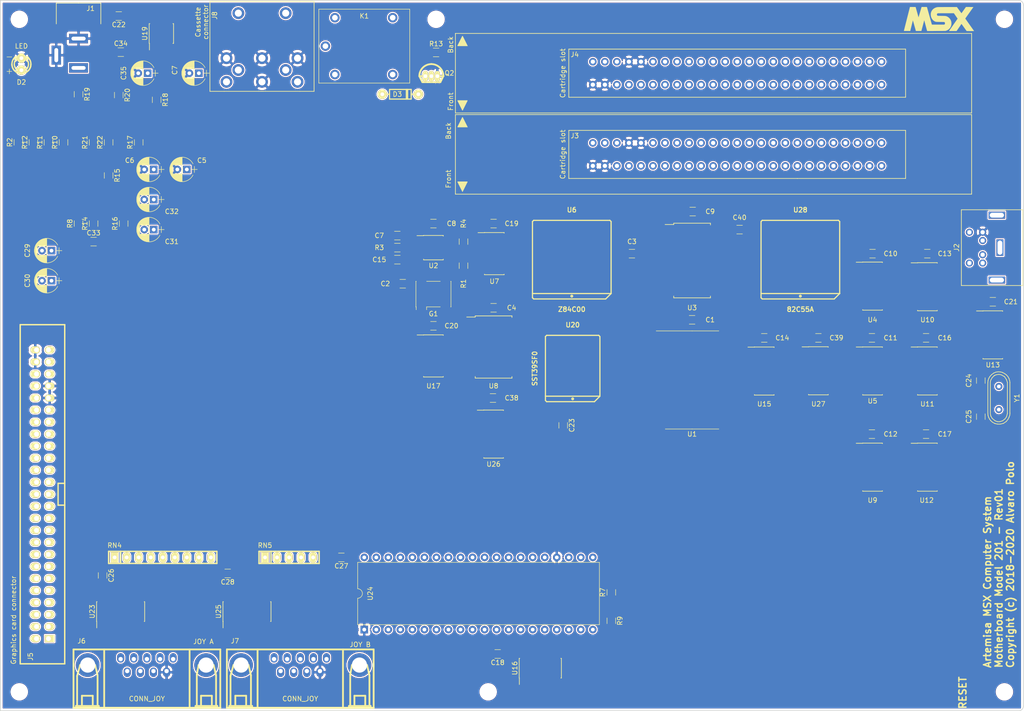
<source format=kicad_pcb>
(kicad_pcb (version 20171130) (host pcbnew "(5.1.0-0)")
  (layers (0 F.Cu signal) (31 B.Cu signal) (34 B.Paste user) (35 F.Paste user) (36 B.SilkS user) (37 F.SilkS user) (38 B.Mask user) (39 F.Mask user) (44 Edge.Cuts user))
  (net 0 "")
  (net 1 GND)
  (net 2 /~RESET)
  (net 3 /BEEP)
  (net 4 /~CS1)
  (net 5 /~CS2)
  (net 6 /~CS12)
  (net 7 /~SLTSL2)
  (net 8 /~RFSH)
  (net 9 /~M1)
  (net 10 /~IORQ)
  (net 11 /~MREQ)
  (net 12 /~WR)
  (net 13 /~RD)
  (net 14 /CPU/ADDR9)
  (net 15 /ADDR15)
  (net 16 /CPU/ADDR11)
  (net 17 /CPU/ADDR10)
  (net 18 /CPU/ADDR12)
  (net 19 /CPU/ADDR8)
  (net 20 /ADDR14)
  (net 21 /CPU/ADDR13)
  (net 22 /ADDR1)
  (net 23 /ADDR0)
  (net 24 /CPU/ADDR2)
  (net 25 /CPU/DATA1)
  (net 26 /CPU/DATA0)
  (net 27 /CPU/DATA3)
  (net 28 /CPU/DATA2)
  (net 29 /CPU/DATA5)
  (net 30 /CPU/DATA4)
  (net 31 /CPU/DATA7)
  (net 32 /CPU/DATA6)
  (net 33 /~SLTSL3)
  (net 34 "Net-(J3-Pad5)")
  (net 35 "Net-(J3-Pad10)")
  (net 36 "Net-(J3-Pad16)")
  (net 37 "Net-(J3-Pad44)")
  (net 38 "Net-(J3-Pad46)")
  (net 39 /PSG/JOYA3)
  (net 40 /PSG/JOYA4)
  (net 41 /PSG/JOYA2)
  (net 42 /PSG/JOYA1)
  (net 43 /PSG/JOYA6)
  (net 44 /PSG/JOYA7)
  (net 45 /PSG/IOB4)
  (net 46 /PSG/JOYB3)
  (net 47 /PSG/JOYB4)
  (net 48 /PSG/JOYB2)
  (net 49 /PSG/JOYB1)
  (net 50 /PSG/JOYB6)
  (net 51 /PSG/JOYB7)
  (net 52 /PSG/IOB5)
  (net 53 /AUDIO)
  (net 54 /~SLTSL1)
  (net 55 /CLK)
  (net 56 /CPU/D0)
  (net 57 /CPU/D1)
  (net 58 /CPU/D2)
  (net 59 /CPU/D3)
  (net 60 /CPU/D4)
  (net 61 /CPU/D5)
  (net 62 /CPU/D6)
  (net 63 /CPU/D7)
  (net 64 /PPI/PA3)
  (net 65 /KBD/KBCOL3)
  (net 66 /PPI/PA2)
  (net 67 /KBD/KBCOL4)
  (net 68 /PPI/PA1)
  (net 69 /KBD/KBCOL5)
  (net 70 /PPI/PA0)
  (net 71 /KBD/KBCOL6)
  (net 72 /KBD/KBCOL7)
  (net 73 /KBD/KBROW0)
  (net 74 /KBD/KBROW1)
  (net 75 /KBD/KBROW2)
  (net 76 /KBD/KBROW3)
  (net 77 /PPI/PA7)
  (net 78 /KBD/KBCOL0)
  (net 79 /PPI/PA6)
  (net 80 /KBD/KBCOL1)
  (net 81 /PPI/PA5)
  (net 82 /KBD/KBCOL2)
  (net 83 /PPI/PA4)
  (net 84 /~SLTSL0)
  (net 85 /KBD/~RSL0)
  (net 86 /KBD/~RSL1)
  (net 87 /KBD/~RSL2)
  (net 88 /PSG/IOB0)
  (net 89 /PSG/IOB3)
  (net 90 /PSG/IOB1)
  (net 91 /PSG/IOB2)
  (net 92 /PSG/IOA0)
  (net 93 /PSG/IOB6)
  (net 94 /PSG/IOA5)
  (net 95 /PSG/IOA4)
  (net 96 /PSG/IOA3)
  (net 97 /PSG/IOA2)
  (net 98 /PSG/IOA1)
  (net 99 /CASOUT)
  (net 100 /CASIN)
  (net 101 /EXTSOUND)
  (net 102 /RESET)
  (net 103 /PSGCLK)
  (net 104 /DATADIR)
  (net 105 /~PPIRD)
  (net 106 /~PPIWR)
  (net 107 /~SLTSLEN)
  (net 108 /PSGBDIR)
  (net 109 /PSGBC1)
  (net 110 /CPU/ADDR4)
  (net 111 /CPU/ADDR5)
  (net 112 /CPU/ADDR3)
  (net 113 /CPU/ADDR6)
  (net 114 /CPU/ADDR7)
  (net 115 /~VDPSL)
  (net 116 /DECODING/~PSGSL)
  (net 117 /DECODING/~PPISL)
  (net 118 /~PPIRDY)
  (net 119 ~)
  (net 120 "Net-(D2-Pad1)")
  (net 121 /~CAPSLOCK)
  (net 122 "Net-(C7-Pad1)")
  (net 123 "Net-(C29-Pad2)")
  (net 124 "Net-(C30-Pad2)")
  (net 125 "Net-(C31-Pad2)")
  (net 126 "Net-(C33-Pad1)")
  (net 127 "Net-(C34-Pad1)")
  (net 128 "Net-(C35-Pad1)")
  (net 129 "Net-(J4-Pad46)")
  (net 130 "Net-(J4-Pad44)")
  (net 131 "Net-(J4-Pad16)")
  (net 132 "Net-(J4-Pad10)")
  (net 133 "Net-(J4-Pad5)")
  (net 134 "Net-(J5-Pad5)")
  (net 135 "Net-(J5-Pad10)")
  (net 136 "Net-(J5-Pad46)")
  (net 137 "Net-(J5-Pad44)")
  (net 138 "Net-(J8-Pad4)")
  (net 139 "Net-(U6-Pad24)")
  (net 140 "Net-(U7-Pad6)")
  (net 141 "Net-(U7-Pad4)")
  (net 142 "Net-(U7-Pad8)")
  (net 143 "Net-(U15-Pad3)")
  (net 144 "Net-(U15-Pad2)")
  (net 145 "Net-(U17-Pad2)")
  (net 146 "Net-(U17-Pad9)")
  (net 147 "Net-(U19-Pad6)")
  (net 148 "Net-(U19-Pad5)")
  (net 149 "Net-(U25-Pad9)")
  (net 150 "Net-(Q2-Pad2)")
  (net 151 "Net-(D3-Pad1)")
  (net 152 "Net-(J8-Pad7)")
  (net 153 "Net-(J8-Pad6)")
  (net 154 "Net-(K1-Pad5)")
  (net 155 "Net-(R7-Pad2)")
  (net 156 /~CASMOTOR)
  (net 157 "Net-(R17-Pad2)")
  (net 158 "Net-(JP1-Pad2)")
  (net 159 "Net-(JP2-Pad2)")
  (net 160 "Net-(JP3-Pad2)")
  (net 161 "Net-(JP4-Pad2)")
  (net 162 /~KANALOCK)
  (net 163 "Net-(C31-Pad1)")
  (net 164 "Net-(C32-Pad2)")
  (net 165 "Net-(C34-Pad2)")
  (net 166 "Net-(U24-Pad39)")
  (net 167 "Net-(U24-Pad26)")
  (net 168 "Net-(U24-Pad5)")
  (net 169 "Net-(U24-Pad2)")
  (net 170 "Net-(U25-Pad12)")
  (net 171 "Net-(U26-Pad15)")
  (net 172 "Net-(U26-Pad7)")
  (net 173 "Net-(U26-Pad14)")
  (net 174 "Net-(U26-Pad13)")
  (net 175 "Net-(U26-Pad9)")
  (net 176 /~WAIT)
  (net 177 /~INT)
  (net 178 "Net-(U28-Pad34)")
  (net 179 "Net-(U28-Pad12)")
  (net 180 "Net-(U28-Pad23)")
  (net 181 "Net-(U28-Pad1)")
  (net 182 "Net-(U6-Pad28)")
  (net 183 "Net-(U6-Pad27)")
  (net 184 "Net-(U6-Pad25)")
  (net 185 "Net-(U6-Pad12)")
  (net 186 "Net-(U6-Pad6)")
  (net 187 "Net-(U6-Pad20)")
  (net 188 "Net-(U1-Pad1)")
  (net 189 "Net-(C15-Pad1)")
  (net 190 "Net-(R3-Pad1)")
  (net 191 /DECODING/~IOSL)
  (net 192 "Net-(C24-Pad2)")
  (net 193 "Net-(C25-Pad2)")
  (net 194 "Net-(J2-Pad6)")
  (net 195 "Net-(J2-Pad5)")
  (net 196 "Net-(J2-Pad1)")
  (net 197 "Net-(J2-Pad2)")
  (net 198 /KBD/D0)
  (net 199 /KBD/ROW0)
  (net 200 /KBD/ROW1)
  (net 201 /KBD/~WSL0L)
  (net 202 /KBD/D3)
  (net 203 /KBD/D2)
  (net 204 /KBD/D1)
  (net 205 /KBD/~WSL1L)
  (net 206 /KBD/~WSL2L)
  (net 207 /KBD/~WSL0H)
  (net 208 /KBD/~WSL1H)
  (net 209 /KBD/~WSL2H)
  (net 210 "Net-(U13-Pad13)")
  (net 211 "Net-(U13-Pad12)")
  (net 212 "Net-(U13-Pad3)")
  (net 213 "Net-(U13-Pad2)")
  (net 214 "Net-(U15-Pad9)")
  (module artemisa:PS2_conn (layer F.Cu) (at 272.796 130.81 90)
    (fp_text reference J2 (at 0 -14 270) (layer F.SilkS))
    (fp_text value PS2_CONN)
    (pad "" thru_hole rect (at 6.85 -5.5) (size 3.5 1.5) (drill oval 3 1) (layers *.Cu *.Mask))
    (pad "" thru_hole rect (at -6.85 -5.5) (size 3.5 1.5) (drill oval 3 1) (layers *.Cu *.Mask))
    (pad "" thru_hole rect (at 0 -4.85 270) (size 3.5 1.5) (drill oval 3 1) (layers *.Cu *.Mask))
    (pad 6 thru_hole circle (at -3.25 -11.3 270) (size 1.5 1.5) (drill 0.9) (layers *.Cu *.Mask) (net 194 "Net-(J2-Pad6)"))
    (pad 5 thru_hole circle (at 3.25 -11.3 270) (size 1.5 1.5) (drill 0.9) (layers *.Cu *.Mask) (net 195 "Net-(J2-Pad5)"))
    (pad 3 thru_hole circle (at 3.25 -8.5 270) (size 1.5 1.5) (drill 0.9) (layers *.Cu *.Mask) (net 1 GND) (clearance 0.1))
    (pad 4 thru_hole circle (at -3.25 -8.5 270) (size 1.5 1.5) (drill 0.9) (layers *.Cu *.Mask) (net 119 ~) (clearance 0.1))
    (pad 1 thru_hole circle (at 1.5 -8.5 270) (size 1.5 1.5) (drill 0.9) (layers *.Cu *.Mask) (net 196 "Net-(J2-Pad1)"))
    (pad 2 thru_hole circle (at -1.5 -8.5 270) (size 1.5 1.5) (drill 0.9) (layers *.Cu *.Mask) (net 197 "Net-(J2-Pad2)"))
  )
  (module artemisa:Crystal (layer F.Cu) (at 267.716 162.56 90)
    (fp_text reference Y1 (at 0 3.81 90) (layer F.SilkS))
    (fp_text value 16Mhz hide)
    (pad 2 thru_hole circle (at 2.44094 0 90) (size 1.50114 1.50114) (drill 0.8001) (layers *.Cu *.Mask) (net 193 "Net-(C25-Pad2)"))
    (pad 1 thru_hole circle (at -2.44094 0 90) (size 1.50114 1.50114) (drill 0.8001) (layers *.Cu *.Mask) (net 192 "Net-(C24-Pad2)"))
  )
  (module artemisa:SOIC-16 (layer F.Cu) (at 266.446 149.225)
    (fp_text reference U13 (at 0 6.35) (layer F.SilkS))
    (fp_text value ATMEGA328P)
    (pad 16 smd rect (at 2.7 -4.445) (size 1.5 0.6) (layers F.Cu F.Paste F.Mask) (net 205 /KBD/~WSL1L))
    (pad 15 smd rect (at 2.7 -3.175) (size 1.5 0.6) (layers F.Cu F.Paste F.Mask) (net 207 /KBD/~WSL0H))
    (pad 14 smd rect (at 2.7 -1.905) (size 1.5 0.6) (layers F.Cu F.Paste F.Mask) (net 201 /KBD/~WSL0L))
    (pad 13 smd rect (at 2.7 -0.635) (size 1.5 0.6) (layers F.Cu F.Paste F.Mask) (net 210 "Net-(U13-Pad13)"))
    (pad 12 smd rect (at 2.7 0.635) (size 1.5 0.6) (layers F.Cu F.Paste F.Mask) (net 211 "Net-(U13-Pad12)"))
    (pad 11 smd rect (at 2.7 1.905) (size 1.5 0.6) (layers F.Cu F.Paste F.Mask) (net 162 /~KANALOCK))
    (pad 10 smd rect (at 2.7 3.175) (size 1.5 0.6) (layers F.Cu F.Paste F.Mask) (net 193 "Net-(C25-Pad2)"))
    (pad 9 smd rect (at 2.7 4.445) (size 1.5 0.6) (layers F.Cu F.Paste F.Mask) (net 192 "Net-(C24-Pad2)"))
    (pad 8 smd rect (at -2.7 4.445) (size 1.5 0.6) (layers F.Cu F.Paste F.Mask) (net 1 GND))
    (pad 7 smd rect (at -2.7 3.175) (size 1.5 0.6) (layers F.Cu F.Paste F.Mask) (net 119 ~))
    (pad 6 smd rect (at -2.7 1.905) (size 1.5 0.6) (layers F.Cu F.Paste F.Mask) (net 121 /~CAPSLOCK))
    (pad 5 smd rect (at -2.7 0.635) (size 1.5 0.6) (layers F.Cu F.Paste F.Mask) (net 196 "Net-(J2-Pad1)"))
    (pad 4 smd rect (at -2.7 -0.635) (size 1.5 0.6) (layers F.Cu F.Paste F.Mask) (net 195 "Net-(J2-Pad5)"))
    (pad 3 smd rect (at -2.7 -1.905) (size 1.5 0.6) (layers F.Cu F.Paste F.Mask) (net 212 "Net-(U13-Pad3)"))
    (pad 2 smd rect (at -2.7 -3.175) (size 1.5 0.6) (layers F.Cu F.Paste F.Mask) (net 213 "Net-(U13-Pad2)"))
    (pad 1 smd rect (at -2.7 -4.445) (size 1.5 0.6) (layers F.Cu F.Paste F.Mask) (net 2 /~RESET))
  )
  (module artemisa:SOIC-16 (layer F.Cu) (at 252.636 177.165)
    (fp_text reference U12 (at -0.16 6.985) (layer F.SilkS))
    (fp_text value 74HC670)
    (pad 16 smd rect (at 2.7 -4.445) (size 1.5 0.6) (layers F.Cu F.Paste F.Mask) (net 119 ~))
    (pad 15 smd rect (at 2.7 -3.175) (size 1.5 0.6) (layers F.Cu F.Paste F.Mask) (net 198 /KBD/D0))
    (pad 14 smd rect (at 2.7 -1.905) (size 1.5 0.6) (layers F.Cu F.Paste F.Mask) (net 199 /KBD/ROW0))
    (pad 13 smd rect (at 2.7 -0.635) (size 1.5 0.6) (layers F.Cu F.Paste F.Mask) (net 200 /KBD/ROW1))
    (pad 12 smd rect (at 2.7 0.635) (size 1.5 0.6) (layers F.Cu F.Paste F.Mask) (net 209 /KBD/~WSL2H))
    (pad 11 smd rect (at 2.7 1.905) (size 1.5 0.6) (layers F.Cu F.Paste F.Mask) (net 87 /KBD/~RSL2))
    (pad 10 smd rect (at 2.7 3.175) (size 1.5 0.6) (layers F.Cu F.Paste F.Mask) (net 67 /KBD/KBCOL4))
    (pad 9 smd rect (at 2.7 4.445) (size 1.5 0.6) (layers F.Cu F.Paste F.Mask) (net 69 /KBD/KBCOL5))
    (pad 8 smd rect (at -2.7 4.445) (size 1.5 0.6) (layers F.Cu F.Paste F.Mask) (net 1 GND))
    (pad 7 smd rect (at -2.7 3.175) (size 1.5 0.6) (layers F.Cu F.Paste F.Mask) (net 71 /KBD/KBCOL6))
    (pad 6 smd rect (at -2.7 1.905) (size 1.5 0.6) (layers F.Cu F.Paste F.Mask) (net 72 /KBD/KBCOL7))
    (pad 5 smd rect (at -2.7 0.635) (size 1.5 0.6) (layers F.Cu F.Paste F.Mask) (net 73 /KBD/KBROW0))
    (pad 4 smd rect (at -2.7 -0.635) (size 1.5 0.6) (layers F.Cu F.Paste F.Mask) (net 74 /KBD/KBROW1))
    (pad 3 smd rect (at -2.7 -1.905) (size 1.5 0.6) (layers F.Cu F.Paste F.Mask) (net 202 /KBD/D3))
    (pad 2 smd rect (at -2.7 -3.175) (size 1.5 0.6) (layers F.Cu F.Paste F.Mask) (net 203 /KBD/D2))
    (pad 1 smd rect (at -2.7 -4.445) (size 1.5 0.6) (layers F.Cu F.Paste F.Mask) (net 204 /KBD/D1))
  )
  (module artemisa:SOIC-16 (layer F.Cu) (at 252.636 156.845)
    (fp_text reference U11 (at 0 6.985) (layer F.SilkS))
    (fp_text value 74HC670)
    (pad 16 smd rect (at 2.7 -4.445) (size 1.5 0.6) (layers F.Cu F.Paste F.Mask) (net 119 ~))
    (pad 15 smd rect (at 2.7 -3.175) (size 1.5 0.6) (layers F.Cu F.Paste F.Mask) (net 198 /KBD/D0))
    (pad 14 smd rect (at 2.7 -1.905) (size 1.5 0.6) (layers F.Cu F.Paste F.Mask) (net 199 /KBD/ROW0))
    (pad 13 smd rect (at 2.7 -0.635) (size 1.5 0.6) (layers F.Cu F.Paste F.Mask) (net 200 /KBD/ROW1))
    (pad 12 smd rect (at 2.7 0.635) (size 1.5 0.6) (layers F.Cu F.Paste F.Mask) (net 208 /KBD/~WSL1H))
    (pad 11 smd rect (at 2.7 1.905) (size 1.5 0.6) (layers F.Cu F.Paste F.Mask) (net 86 /KBD/~RSL1))
    (pad 10 smd rect (at 2.7 3.175) (size 1.5 0.6) (layers F.Cu F.Paste F.Mask) (net 67 /KBD/KBCOL4))
    (pad 9 smd rect (at 2.7 4.445) (size 1.5 0.6) (layers F.Cu F.Paste F.Mask) (net 69 /KBD/KBCOL5))
    (pad 8 smd rect (at -2.7 4.445) (size 1.5 0.6) (layers F.Cu F.Paste F.Mask) (net 1 GND))
    (pad 7 smd rect (at -2.7 3.175) (size 1.5 0.6) (layers F.Cu F.Paste F.Mask) (net 71 /KBD/KBCOL6))
    (pad 6 smd rect (at -2.7 1.905) (size 1.5 0.6) (layers F.Cu F.Paste F.Mask) (net 72 /KBD/KBCOL7))
    (pad 5 smd rect (at -2.7 0.635) (size 1.5 0.6) (layers F.Cu F.Paste F.Mask) (net 73 /KBD/KBROW0))
    (pad 4 smd rect (at -2.7 -0.635) (size 1.5 0.6) (layers F.Cu F.Paste F.Mask) (net 74 /KBD/KBROW1))
    (pad 3 smd rect (at -2.7 -1.905) (size 1.5 0.6) (layers F.Cu F.Paste F.Mask) (net 202 /KBD/D3))
    (pad 2 smd rect (at -2.7 -3.175) (size 1.5 0.6) (layers F.Cu F.Paste F.Mask) (net 203 /KBD/D2))
    (pad 1 smd rect (at -2.7 -4.445) (size 1.5 0.6) (layers F.Cu F.Paste F.Mask) (net 204 /KBD/D1))
  )
  (module artemisa:SOIC-16 (layer F.Cu) (at 252.636 139.065)
    (fp_text reference U10 (at 0 6.985) (layer F.SilkS))
    (fp_text value 74HC670)
    (pad 16 smd rect (at 2.7 -4.445) (size 1.5 0.6) (layers F.Cu F.Paste F.Mask) (net 119 ~))
    (pad 15 smd rect (at 2.7 -3.175) (size 1.5 0.6) (layers F.Cu F.Paste F.Mask) (net 198 /KBD/D0))
    (pad 14 smd rect (at 2.7 -1.905) (size 1.5 0.6) (layers F.Cu F.Paste F.Mask) (net 199 /KBD/ROW0))
    (pad 13 smd rect (at 2.7 -0.635) (size 1.5 0.6) (layers F.Cu F.Paste F.Mask) (net 200 /KBD/ROW1))
    (pad 12 smd rect (at 2.7 0.635) (size 1.5 0.6) (layers F.Cu F.Paste F.Mask) (net 207 /KBD/~WSL0H))
    (pad 11 smd rect (at 2.7 1.905) (size 1.5 0.6) (layers F.Cu F.Paste F.Mask) (net 85 /KBD/~RSL0))
    (pad 10 smd rect (at 2.7 3.175) (size 1.5 0.6) (layers F.Cu F.Paste F.Mask) (net 67 /KBD/KBCOL4))
    (pad 9 smd rect (at 2.7 4.445) (size 1.5 0.6) (layers F.Cu F.Paste F.Mask) (net 69 /KBD/KBCOL5))
    (pad 8 smd rect (at -2.7 4.445) (size 1.5 0.6) (layers F.Cu F.Paste F.Mask) (net 1 GND))
    (pad 7 smd rect (at -2.7 3.175) (size 1.5 0.6) (layers F.Cu F.Paste F.Mask) (net 71 /KBD/KBCOL6))
    (pad 6 smd rect (at -2.7 1.905) (size 1.5 0.6) (layers F.Cu F.Paste F.Mask) (net 72 /KBD/KBCOL7))
    (pad 5 smd rect (at -2.7 0.635) (size 1.5 0.6) (layers F.Cu F.Paste F.Mask) (net 73 /KBD/KBROW0))
    (pad 4 smd rect (at -2.7 -0.635) (size 1.5 0.6) (layers F.Cu F.Paste F.Mask) (net 74 /KBD/KBROW1))
    (pad 3 smd rect (at -2.7 -1.905) (size 1.5 0.6) (layers F.Cu F.Paste F.Mask) (net 202 /KBD/D3))
    (pad 2 smd rect (at -2.7 -3.175) (size 1.5 0.6) (layers F.Cu F.Paste F.Mask) (net 203 /KBD/D2))
    (pad 1 smd rect (at -2.7 -4.445) (size 1.5 0.6) (layers F.Cu F.Paste F.Mask) (net 204 /KBD/D1))
  )
  (module artemisa:SOIC-16 (layer F.Cu) (at 241.046 177.165)
    (fp_text reference U9 (at 0 6.985) (layer F.SilkS))
    (fp_text value 74HC670)
    (pad 16 smd rect (at 2.7 -4.445) (size 1.5 0.6) (layers F.Cu F.Paste F.Mask) (net 119 ~))
    (pad 15 smd rect (at 2.7 -3.175) (size 1.5 0.6) (layers F.Cu F.Paste F.Mask) (net 198 /KBD/D0))
    (pad 14 smd rect (at 2.7 -1.905) (size 1.5 0.6) (layers F.Cu F.Paste F.Mask) (net 199 /KBD/ROW0))
    (pad 13 smd rect (at 2.7 -0.635) (size 1.5 0.6) (layers F.Cu F.Paste F.Mask) (net 200 /KBD/ROW1))
    (pad 12 smd rect (at 2.7 0.635) (size 1.5 0.6) (layers F.Cu F.Paste F.Mask) (net 206 /KBD/~WSL2L))
    (pad 11 smd rect (at 2.7 1.905) (size 1.5 0.6) (layers F.Cu F.Paste F.Mask) (net 87 /KBD/~RSL2))
    (pad 10 smd rect (at 2.7 3.175) (size 1.5 0.6) (layers F.Cu F.Paste F.Mask) (net 78 /KBD/KBCOL0))
    (pad 9 smd rect (at 2.7 4.445) (size 1.5 0.6) (layers F.Cu F.Paste F.Mask) (net 80 /KBD/KBCOL1))
    (pad 8 smd rect (at -2.7 4.445) (size 1.5 0.6) (layers F.Cu F.Paste F.Mask) (net 1 GND))
    (pad 7 smd rect (at -2.7 3.175) (size 1.5 0.6) (layers F.Cu F.Paste F.Mask) (net 82 /KBD/KBCOL2))
    (pad 6 smd rect (at -2.7 1.905) (size 1.5 0.6) (layers F.Cu F.Paste F.Mask) (net 65 /KBD/KBCOL3))
    (pad 5 smd rect (at -2.7 0.635) (size 1.5 0.6) (layers F.Cu F.Paste F.Mask) (net 73 /KBD/KBROW0))
    (pad 4 smd rect (at -2.7 -0.635) (size 1.5 0.6) (layers F.Cu F.Paste F.Mask) (net 74 /KBD/KBROW1))
    (pad 3 smd rect (at -2.7 -1.905) (size 1.5 0.6) (layers F.Cu F.Paste F.Mask) (net 202 /KBD/D3))
    (pad 2 smd rect (at -2.7 -3.175) (size 1.5 0.6) (layers F.Cu F.Paste F.Mask) (net 203 /KBD/D2))
    (pad 1 smd rect (at -2.7 -4.445) (size 1.5 0.6) (layers F.Cu F.Paste F.Mask) (net 204 /KBD/D1))
  )
  (module artemisa:SOIC-16 (layer F.Cu) (at 241.046 156.845)
    (fp_text reference U5 (at 0 6.35) (layer F.SilkS))
    (fp_text value 74HC670)
    (pad 16 smd rect (at 2.7 -4.445) (size 1.5 0.6) (layers F.Cu F.Paste F.Mask) (net 119 ~))
    (pad 15 smd rect (at 2.7 -3.175) (size 1.5 0.6) (layers F.Cu F.Paste F.Mask) (net 198 /KBD/D0))
    (pad 14 smd rect (at 2.7 -1.905) (size 1.5 0.6) (layers F.Cu F.Paste F.Mask) (net 199 /KBD/ROW0))
    (pad 13 smd rect (at 2.7 -0.635) (size 1.5 0.6) (layers F.Cu F.Paste F.Mask) (net 200 /KBD/ROW1))
    (pad 12 smd rect (at 2.7 0.635) (size 1.5 0.6) (layers F.Cu F.Paste F.Mask) (net 205 /KBD/~WSL1L))
    (pad 11 smd rect (at 2.7 1.905) (size 1.5 0.6) (layers F.Cu F.Paste F.Mask) (net 86 /KBD/~RSL1))
    (pad 10 smd rect (at 2.7 3.175) (size 1.5 0.6) (layers F.Cu F.Paste F.Mask) (net 78 /KBD/KBCOL0))
    (pad 9 smd rect (at 2.7 4.445) (size 1.5 0.6) (layers F.Cu F.Paste F.Mask) (net 80 /KBD/KBCOL1))
    (pad 8 smd rect (at -2.7 4.445) (size 1.5 0.6) (layers F.Cu F.Paste F.Mask) (net 1 GND))
    (pad 7 smd rect (at -2.7 3.175) (size 1.5 0.6) (layers F.Cu F.Paste F.Mask) (net 82 /KBD/KBCOL2))
    (pad 6 smd rect (at -2.7 1.905) (size 1.5 0.6) (layers F.Cu F.Paste F.Mask) (net 65 /KBD/KBCOL3))
    (pad 5 smd rect (at -2.7 0.635) (size 1.5 0.6) (layers F.Cu F.Paste F.Mask) (net 73 /KBD/KBROW0))
    (pad 4 smd rect (at -2.7 -0.635) (size 1.5 0.6) (layers F.Cu F.Paste F.Mask) (net 74 /KBD/KBROW1))
    (pad 3 smd rect (at -2.7 -1.905) (size 1.5 0.6) (layers F.Cu F.Paste F.Mask) (net 202 /KBD/D3))
    (pad 2 smd rect (at -2.7 -3.175) (size 1.5 0.6) (layers F.Cu F.Paste F.Mask) (net 203 /KBD/D2))
    (pad 1 smd rect (at -2.7 -4.445) (size 1.5 0.6) (layers F.Cu F.Paste F.Mask) (net 204 /KBD/D1))
  )
  (module artemisa:SOIC-16 (layer F.Cu) (at 241.046 138.94)
    (fp_text reference U4 (at 0 7.11) (layer F.SilkS))
    (fp_text value 74HC670)
    (pad 16 smd rect (at 2.7 -4.445) (size 1.5 0.6) (layers F.Cu F.Paste F.Mask) (net 119 ~))
    (pad 15 smd rect (at 2.7 -3.175) (size 1.5 0.6) (layers F.Cu F.Paste F.Mask) (net 198 /KBD/D0))
    (pad 14 smd rect (at 2.7 -1.905) (size 1.5 0.6) (layers F.Cu F.Paste F.Mask) (net 199 /KBD/ROW0))
    (pad 13 smd rect (at 2.7 -0.635) (size 1.5 0.6) (layers F.Cu F.Paste F.Mask) (net 200 /KBD/ROW1))
    (pad 12 smd rect (at 2.7 0.635) (size 1.5 0.6) (layers F.Cu F.Paste F.Mask) (net 201 /KBD/~WSL0L))
    (pad 11 smd rect (at 2.7 1.905) (size 1.5 0.6) (layers F.Cu F.Paste F.Mask) (net 85 /KBD/~RSL0))
    (pad 10 smd rect (at 2.7 3.175) (size 1.5 0.6) (layers F.Cu F.Paste F.Mask) (net 78 /KBD/KBCOL0))
    (pad 9 smd rect (at 2.7 4.445) (size 1.5 0.6) (layers F.Cu F.Paste F.Mask) (net 80 /KBD/KBCOL1))
    (pad 8 smd rect (at -2.7 4.445) (size 1.5 0.6) (layers F.Cu F.Paste F.Mask) (net 1 GND))
    (pad 7 smd rect (at -2.7 3.175) (size 1.5 0.6) (layers F.Cu F.Paste F.Mask) (net 82 /KBD/KBCOL2))
    (pad 6 smd rect (at -2.7 1.905) (size 1.5 0.6) (layers F.Cu F.Paste F.Mask) (net 65 /KBD/KBCOL3))
    (pad 5 smd rect (at -2.7 0.635) (size 1.5 0.6) (layers F.Cu F.Paste F.Mask) (net 73 /KBD/KBROW0))
    (pad 4 smd rect (at -2.7 -0.635) (size 1.5 0.6) (layers F.Cu F.Paste F.Mask) (net 74 /KBD/KBROW1))
    (pad 3 smd rect (at -2.7 -1.905) (size 1.5 0.6) (layers F.Cu F.Paste F.Mask) (net 202 /KBD/D3))
    (pad 2 smd rect (at -2.7 -3.175) (size 1.5 0.6) (layers F.Cu F.Paste F.Mask) (net 203 /KBD/D2))
    (pad 1 smd rect (at -2.7 -4.445) (size 1.5 0.6) (layers F.Cu F.Paste F.Mask) (net 204 /KBD/D1))
  )
  (module artemisa:C_1206 (layer F.Cu) (at 263.906 166.5 90)
    (fp_text reference C25 (at 0 -2.54 90) (layer F.SilkS))
    (fp_text value 33pF)
    (pad 2 smd roundrect (at 1.4 0 90) (size 1.25 1.75) (layers F.Cu F.Paste F.Mask) (roundrect_rratio 0.2) (net 193 "Net-(C25-Pad2)"))
    (pad 1 smd roundrect (at -1.4 0 90) (size 1.25 1.75) (layers F.Cu F.Paste F.Mask) (roundrect_rratio 0.2) (net 1 GND))
  )
  (module artemisa:C_1206 (layer F.Cu) (at 263.906 158.88 270)
    (fp_text reference C24 (at 0 2.54 270) (layer F.SilkS))
    (fp_text value 33pF)
    (pad 2 smd roundrect (at 1.4 0 270) (size 1.25 1.75) (layers F.Cu F.Paste F.Mask) (roundrect_rratio 0.2) (net 192 "Net-(C24-Pad2)"))
    (pad 1 smd roundrect (at -1.4 0 270) (size 1.25 1.75) (layers F.Cu F.Paste F.Mask) (roundrect_rratio 0.2) (net 1 GND))
  )
  (module artemisa:C_1206 (layer F.Cu) (at 266.446 142.24)
    (fp_text reference C21 (at 3.81 0) (layer F.SilkS))
    (fp_text value 0.1uF)
    (pad 2 smd roundrect (at 1.4 0) (size 1.25 1.75) (layers F.Cu F.Paste F.Mask) (roundrect_rratio 0.2) (net 119 ~))
    (pad 1 smd roundrect (at -1.4 0) (size 1.25 1.75) (layers F.Cu F.Paste F.Mask) (roundrect_rratio 0.2) (net 1 GND))
  )
  (module artemisa:C_1206 (layer F.Cu) (at 252.346 170.18)
    (fp_text reference C17 (at 3.94 0) (layer F.SilkS))
    (fp_text value 0.1uF)
    (pad 2 smd roundrect (at 1.4 0) (size 1.25 1.75) (layers F.Cu F.Paste F.Mask) (roundrect_rratio 0.2) (net 119 ~))
    (pad 1 smd roundrect (at -1.4 0) (size 1.25 1.75) (layers F.Cu F.Paste F.Mask) (roundrect_rratio 0.2) (net 1 GND))
  )
  (module artemisa:C_1206 (layer F.Cu) (at 252.346 149.86)
    (fp_text reference C16 (at 3.94 0) (layer F.SilkS))
    (fp_text value 0.1uF)
    (pad 2 smd roundrect (at 1.4 0) (size 1.25 1.75) (layers F.Cu F.Paste F.Mask) (roundrect_rratio 0.2) (net 119 ~))
    (pad 1 smd roundrect (at -1.4 0) (size 1.25 1.75) (layers F.Cu F.Paste F.Mask) (roundrect_rratio 0.2) (net 1 GND))
  )
  (module artemisa:C_1206 (layer F.Cu) (at 252.606 132.08)
    (fp_text reference C13 (at 3.68 0) (layer F.SilkS))
    (fp_text value 0.1uF)
    (pad 2 smd roundrect (at 1.4 0) (size 1.25 1.75) (layers F.Cu F.Paste F.Mask) (roundrect_rratio 0.2) (net 119 ~))
    (pad 1 smd roundrect (at -1.4 0) (size 1.25 1.75) (layers F.Cu F.Paste F.Mask) (roundrect_rratio 0.2) (net 1 GND))
  )
  (module artemisa:C_1206 (layer F.Cu) (at 240.916 170.18)
    (fp_text reference C12 (at 3.94 0) (layer F.SilkS))
    (fp_text value 0.1uF)
    (pad 2 smd roundrect (at 1.4 0) (size 1.25 1.75) (layers F.Cu F.Paste F.Mask) (roundrect_rratio 0.2) (net 119 ~))
    (pad 1 smd roundrect (at -1.4 0) (size 1.25 1.75) (layers F.Cu F.Paste F.Mask) (roundrect_rratio 0.2) (net 1 GND))
  )
  (module artemisa:C_1206 (layer F.Cu) (at 240.916 149.86)
    (fp_text reference C11 (at 3.94 0) (layer F.SilkS))
    (fp_text value 0.1uF)
    (pad 2 smd roundrect (at 1.4 0) (size 1.25 1.75) (layers F.Cu F.Paste F.Mask) (roundrect_rratio 0.2) (net 119 ~))
    (pad 1 smd roundrect (at -1.4 0) (size 1.25 1.75) (layers F.Cu F.Paste F.Mask) (roundrect_rratio 0.2) (net 1 GND))
  )
  (module artemisa:C_1206 (layer F.Cu) (at 241.046 132.08)
    (fp_text reference C10 (at 3.81 0) (layer F.SilkS))
    (fp_text value 0.1uF)
    (pad 2 smd roundrect (at 1.4 0) (size 1.25 1.75) (layers F.Cu F.Paste F.Mask) (roundrect_rratio 0.2) (net 119 ~))
    (pad 1 smd roundrect (at -1.4 0) (size 1.25 1.75) (layers F.Cu F.Paste F.Mask) (roundrect_rratio 0.2) (net 1 GND))
  )
  (module artemisa:C_1206 (layer F.Cu) (at 148.336 125.73)
    (fp_text reference C8 (at 3.81 0) (layer F.SilkS))
    (fp_text value 100nF)
    (pad 2 smd roundrect (at 1.4 0) (size 1.25 1.75) (layers F.Cu F.Paste F.Mask) (roundrect_rratio 0.2) (net 119 ~))
    (pad 1 smd roundrect (at -1.4 0) (size 1.25 1.75) (layers F.Cu F.Paste F.Mask) (roundrect_rratio 0.2) (net 1 GND))
  )
  (module artemisa:SOIC-16 (layer F.Cu) (at 229.616 156.81)
    (fp_text reference U27 (at 0 7.02) (layer F.SilkS))
    (fp_text value 74HC153)
    (pad 16 smd rect (at 2.7 -4.445) (size 1.5 0.6) (layers F.Cu F.Paste F.Mask) (net 119 ~))
    (pad 15 smd rect (at 2.7 -3.175) (size 1.5 0.6) (layers F.Cu F.Paste F.Mask) (net 118 /~PPIRDY))
    (pad 14 smd rect (at 2.7 -1.905) (size 1.5 0.6) (layers F.Cu F.Paste F.Mask) (net 20 /ADDR14))
    (pad 13 smd rect (at 2.7 -0.635) (size 1.5 0.6) (layers F.Cu F.Paste F.Mask) (net 77 /PPI/PA7))
    (pad 12 smd rect (at 2.7 0.635) (size 1.5 0.6) (layers F.Cu F.Paste F.Mask) (net 81 /PPI/PA5))
    (pad 11 smd rect (at 2.7 1.905) (size 1.5 0.6) (layers F.Cu F.Paste F.Mask) (net 64 /PPI/PA3))
    (pad 10 smd rect (at 2.7 3.175) (size 1.5 0.6) (layers F.Cu F.Paste F.Mask) (net 68 /PPI/PA1))
    (pad 9 smd rect (at 2.7 4.445) (size 1.5 0.6) (layers F.Cu F.Paste F.Mask) (net 143 "Net-(U15-Pad3)"))
    (pad 8 smd rect (at -2.7 4.445) (size 1.5 0.6) (layers F.Cu F.Paste F.Mask) (net 1 GND))
    (pad 7 smd rect (at -2.7 3.175) (size 1.5 0.6) (layers F.Cu F.Paste F.Mask) (net 144 "Net-(U15-Pad2)"))
    (pad 6 smd rect (at -2.7 1.905) (size 1.5 0.6) (layers F.Cu F.Paste F.Mask) (net 70 /PPI/PA0))
    (pad 5 smd rect (at -2.7 0.635) (size 1.5 0.6) (layers F.Cu F.Paste F.Mask) (net 66 /PPI/PA2))
    (pad 4 smd rect (at -2.7 -0.635) (size 1.5 0.6) (layers F.Cu F.Paste F.Mask) (net 83 /PPI/PA4))
    (pad 3 smd rect (at -2.7 -1.905) (size 1.5 0.6) (layers F.Cu F.Paste F.Mask) (net 79 /PPI/PA6))
    (pad 2 smd rect (at -2.7 -3.175) (size 1.5 0.6) (layers F.Cu F.Paste F.Mask) (net 15 /ADDR15))
    (pad 1 smd rect (at -2.7 -4.445) (size 1.5 0.6) (layers F.Cu F.Paste F.Mask) (net 118 /~PPIRDY))
  )
  (module artemisa:SOIC-16 (layer F.Cu) (at 161.036 170.18)
    (fp_text reference U26 (at 0 6.35) (layer F.SilkS))
    (fp_text value 74HC138)
    (pad 16 smd rect (at 2.7 -4.445) (size 1.5 0.6) (layers F.Cu F.Paste F.Mask) (net 119 ~))
    (pad 15 smd rect (at 2.7 -3.175) (size 1.5 0.6) (layers F.Cu F.Paste F.Mask) (net 171 "Net-(U26-Pad15)"))
    (pad 14 smd rect (at 2.7 -1.905) (size 1.5 0.6) (layers F.Cu F.Paste F.Mask) (net 173 "Net-(U26-Pad14)"))
    (pad 13 smd rect (at 2.7 -0.635) (size 1.5 0.6) (layers F.Cu F.Paste F.Mask) (net 174 "Net-(U26-Pad13)"))
    (pad 12 smd rect (at 2.7 0.635) (size 1.5 0.6) (layers F.Cu F.Paste F.Mask) (net 115 /~VDPSL))
    (pad 11 smd rect (at 2.7 1.905) (size 1.5 0.6) (layers F.Cu F.Paste F.Mask) (net 116 /DECODING/~PSGSL))
    (pad 10 smd rect (at 2.7 3.175) (size 1.5 0.6) (layers F.Cu F.Paste F.Mask) (net 117 /DECODING/~PPISL))
    (pad 9 smd rect (at 2.7 4.445) (size 1.5 0.6) (layers F.Cu F.Paste F.Mask) (net 175 "Net-(U26-Pad9)"))
    (pad 8 smd rect (at -2.7 4.445) (size 1.5 0.6) (layers F.Cu F.Paste F.Mask) (net 1 GND))
    (pad 7 smd rect (at -2.7 3.175) (size 1.5 0.6) (layers F.Cu F.Paste F.Mask) (net 172 "Net-(U26-Pad7)"))
    (pad 6 smd rect (at -2.7 1.905) (size 1.5 0.6) (layers F.Cu F.Paste F.Mask) (net 114 /CPU/ADDR7))
    (pad 5 smd rect (at -2.7 0.635) (size 1.5 0.6) (layers F.Cu F.Paste F.Mask) (net 113 /CPU/ADDR6))
    (pad 4 smd rect (at -2.7 -0.635) (size 1.5 0.6) (layers F.Cu F.Paste F.Mask) (net 191 /DECODING/~IOSL))
    (pad 3 smd rect (at -2.7 -1.905) (size 1.5 0.6) (layers F.Cu F.Paste F.Mask) (net 111 /CPU/ADDR5))
    (pad 2 smd rect (at -2.7 -3.175) (size 1.5 0.6) (layers F.Cu F.Paste F.Mask) (net 110 /CPU/ADDR4))
    (pad 1 smd rect (at -2.7 -4.445) (size 1.5 0.6) (layers F.Cu F.Paste F.Mask) (net 112 /CPU/ADDR3))
  )
  (module artemisa:SOIC-16 (layer F.Cu) (at 108.966 207.645 90)
    (fp_text reference U25 (at 0 -6 90) (layer F.SilkS))
    (fp_text value 74HC157)
    (pad 16 smd rect (at 2.7 -4.445 90) (size 1.5 0.6) (layers F.Cu F.Paste F.Mask) (net 119 ~))
    (pad 15 smd rect (at 2.7 -3.175 90) (size 1.5 0.6) (layers F.Cu F.Paste F.Mask) (net 1 GND))
    (pad 14 smd rect (at 2.7 -1.905 90) (size 1.5 0.6) (layers F.Cu F.Paste F.Mask) (net 1 GND))
    (pad 13 smd rect (at 2.7 -0.635 90) (size 1.5 0.6) (layers F.Cu F.Paste F.Mask) (net 1 GND))
    (pad 12 smd rect (at 2.7 0.635 90) (size 1.5 0.6) (layers F.Cu F.Paste F.Mask) (net 170 "Net-(U25-Pad12)"))
    (pad 11 smd rect (at 2.7 1.905 90) (size 1.5 0.6) (layers F.Cu F.Paste F.Mask) (net 1 GND))
    (pad 10 smd rect (at 2.7 3.175 90) (size 1.5 0.6) (layers F.Cu F.Paste F.Mask) (net 1 GND))
    (pad 9 smd rect (at 2.7 4.445 90) (size 1.5 0.6) (layers F.Cu F.Paste F.Mask) (net 149 "Net-(U25-Pad9)"))
    (pad 8 smd rect (at -2.7 4.445 90) (size 1.5 0.6) (layers F.Cu F.Paste F.Mask) (net 1 GND))
    (pad 7 smd rect (at -2.7 3.175 90) (size 1.5 0.6) (layers F.Cu F.Paste F.Mask) (net 94 /PSG/IOA5))
    (pad 6 smd rect (at -2.7 1.905 90) (size 1.5 0.6) (layers F.Cu F.Paste F.Mask) (net 51 /PSG/JOYB7))
    (pad 5 smd rect (at -2.7 0.635 90) (size 1.5 0.6) (layers F.Cu F.Paste F.Mask) (net 44 /PSG/JOYA7))
    (pad 4 smd rect (at -2.7 -0.635 90) (size 1.5 0.6) (layers F.Cu F.Paste F.Mask) (net 95 /PSG/IOA4))
    (pad 3 smd rect (at -2.7 -1.905 90) (size 1.5 0.6) (layers F.Cu F.Paste F.Mask) (net 50 /PSG/JOYB6))
    (pad 2 smd rect (at -2.7 -3.175 90) (size 1.5 0.6) (layers F.Cu F.Paste F.Mask) (net 43 /PSG/JOYA6))
    (pad 1 smd rect (at -2.7 -4.445 90) (size 1.5 0.6) (layers F.Cu F.Paste F.Mask) (net 93 /PSG/IOB6))
  )
  (module artemisa:SOIC-16 (layer F.Cu) (at 82.296 207.645 90)
    (fp_text reference U23 (at 0 -6 90) (layer F.SilkS))
    (fp_text value 74HC157)
    (pad 16 smd rect (at 2.7 -4.445 90) (size 1.5 0.6) (layers F.Cu F.Paste F.Mask) (net 119 ~))
    (pad 15 smd rect (at 2.7 -3.175 90) (size 1.5 0.6) (layers F.Cu F.Paste F.Mask) (net 1 GND))
    (pad 14 smd rect (at 2.7 -1.905 90) (size 1.5 0.6) (layers F.Cu F.Paste F.Mask) (net 40 /PSG/JOYA4))
    (pad 13 smd rect (at 2.7 -0.635 90) (size 1.5 0.6) (layers F.Cu F.Paste F.Mask) (net 47 /PSG/JOYB4))
    (pad 12 smd rect (at 2.7 0.635 90) (size 1.5 0.6) (layers F.Cu F.Paste F.Mask) (net 96 /PSG/IOA3))
    (pad 11 smd rect (at 2.7 1.905 90) (size 1.5 0.6) (layers F.Cu F.Paste F.Mask) (net 39 /PSG/JOYA3))
    (pad 10 smd rect (at 2.7 3.175 90) (size 1.5 0.6) (layers F.Cu F.Paste F.Mask) (net 46 /PSG/JOYB3))
    (pad 9 smd rect (at 2.7 4.445 90) (size 1.5 0.6) (layers F.Cu F.Paste F.Mask) (net 97 /PSG/IOA2))
    (pad 8 smd rect (at -2.7 4.445 90) (size 1.5 0.6) (layers F.Cu F.Paste F.Mask) (net 1 GND))
    (pad 7 smd rect (at -2.7 3.175 90) (size 1.5 0.6) (layers F.Cu F.Paste F.Mask) (net 98 /PSG/IOA1))
    (pad 6 smd rect (at -2.7 1.905 90) (size 1.5 0.6) (layers F.Cu F.Paste F.Mask) (net 48 /PSG/JOYB2))
    (pad 5 smd rect (at -2.7 0.635 90) (size 1.5 0.6) (layers F.Cu F.Paste F.Mask) (net 41 /PSG/JOYA2))
    (pad 4 smd rect (at -2.7 -0.635 90) (size 1.5 0.6) (layers F.Cu F.Paste F.Mask) (net 92 /PSG/IOA0))
    (pad 3 smd rect (at -2.7 -1.905 90) (size 1.5 0.6) (layers F.Cu F.Paste F.Mask) (net 49 /PSG/JOYB1))
    (pad 2 smd rect (at -2.7 -3.175 90) (size 1.5 0.6) (layers F.Cu F.Paste F.Mask) (net 42 /PSG/JOYA1))
    (pad 1 smd rect (at -2.7 -4.445 90) (size 1.5 0.6) (layers F.Cu F.Paste F.Mask) (net 93 /PSG/IOB6))
  )
  (module artemisa:SOIC-8_150 (layer F.Cu) (at 90.896 85.6 90)
    (fp_text reference U19 (at 0 -3.5 90) (layer F.SilkS))
    (fp_text value LM311)
    (pad 7 smd rect (at 2.7 -0.635 90) (size 1.55 0.6) (layers F.Cu F.Paste F.Mask) (net 100 /CASIN))
    (pad 8 smd rect (at 2.7 -1.905 90) (size 1.55 0.6) (layers F.Cu F.Paste F.Mask) (net 119 ~))
    (pad 6 smd rect (at 2.7 0.635 90) (size 1.55 0.6) (layers F.Cu F.Paste F.Mask) (net 147 "Net-(U19-Pad6)"))
    (pad 5 smd rect (at 2.7 1.905 90) (size 1.55 0.6) (layers F.Cu F.Paste F.Mask) (net 148 "Net-(U19-Pad5)"))
    (pad 4 smd rect (at -2.7 1.905 90) (size 1.55 0.6) (layers F.Cu F.Paste F.Mask) (net 1 GND))
    (pad 3 smd rect (at -2.7 0.635 90) (size 1.55 0.6) (layers F.Cu F.Paste F.Mask) (net 157 "Net-(R17-Pad2)"))
    (pad 2 smd rect (at -2.7 -0.635 90) (size 1.55 0.6) (layers F.Cu F.Paste F.Mask) (net 128 "Net-(C35-Pad1)"))
    (pad 1 smd rect (at -2.7 -1.905 90) (size 1.55 0.6) (layers F.Cu F.Paste F.Mask) (net 1 GND))
  )
  (module artemisa:SOIC-14 (layer F.Cu) (at 148.336 153.67)
    (fp_text reference U17 (at 0 6.35) (layer F.SilkS))
    (fp_text value 74HC74)
    (pad 14 smd rect (at 2.7 -3.81) (size 1.5 0.6) (layers F.Cu F.Paste F.Mask) (net 119 ~))
    (pad 13 smd rect (at 2.7 -2.54) (size 1.5 0.6) (layers F.Cu F.Paste F.Mask) (net 2 /~RESET))
    (pad 12 smd rect (at 2.7 -1.27) (size 1.5 0.6) (layers F.Cu F.Paste F.Mask) (net 1 GND))
    (pad 11 smd rect (at 2.7 0) (size 1.5 0.6) (layers F.Cu F.Paste F.Mask) (net 1 GND))
    (pad 10 smd rect (at 2.7 1.27) (size 1.5 0.6) (layers F.Cu F.Paste F.Mask) (net 117 /DECODING/~PPISL))
    (pad 9 smd rect (at 2.7 2.54) (size 1.5 0.6) (layers F.Cu F.Paste F.Mask) (net 146 "Net-(U17-Pad9)"))
    (pad 8 smd rect (at 2.7 3.81) (size 1.5 0.6) (layers F.Cu F.Paste F.Mask) (net 118 /~PPIRDY))
    (pad 7 smd rect (at -2.7 3.81) (size 1.5 0.6) (layers F.Cu F.Paste F.Mask) (net 1 GND))
    (pad 6 smd rect (at -2.7 2.54) (size 1.5 0.6) (layers F.Cu F.Paste F.Mask) (net 145 "Net-(U17-Pad2)"))
    (pad 5 smd rect (at -2.7 1.27) (size 1.5 0.6) (layers F.Cu F.Paste F.Mask) (net 103 /PSGCLK))
    (pad 4 smd rect (at -2.7 0) (size 1.5 0.6) (layers F.Cu F.Paste F.Mask) (net 119 ~))
    (pad 3 smd rect (at -2.7 -1.27) (size 1.5 0.6) (layers F.Cu F.Paste F.Mask) (net 55 /CLK))
    (pad 2 smd rect (at -2.7 -2.54) (size 1.5 0.6) (layers F.Cu F.Paste F.Mask) (net 145 "Net-(U17-Pad2)"))
    (pad 1 smd rect (at -2.7 -3.81) (size 1.5 0.6) (layers F.Cu F.Paste F.Mask) (net 119 ~))
  )
  (module artemisa:SOIC-14 (layer F.Cu) (at 170.896 219.6 90)
    (fp_text reference U16 (at 0 -5.375 90) (layer F.SilkS))
    (fp_text value 74LS07)
    (pad 14 smd rect (at 2.7 -3.81 90) (size 1.5 0.6) (layers F.Cu F.Paste F.Mask) (net 119 ~))
    (pad 13 smd rect (at 2.7 -2.54 90) (size 1.5 0.6) (layers F.Cu F.Paste F.Mask))
    (pad 12 smd rect (at 2.7 -1.27 90) (size 1.5 0.6) (layers F.Cu F.Paste F.Mask))
    (pad 11 smd rect (at 2.7 0 90) (size 1.5 0.6) (layers F.Cu F.Paste F.Mask))
    (pad 10 smd rect (at 2.7 1.27 90) (size 1.5 0.6) (layers F.Cu F.Paste F.Mask))
    (pad 9 smd rect (at 2.7 2.54 90) (size 1.5 0.6) (layers F.Cu F.Paste F.Mask) (net 89 /PSG/IOB3))
    (pad 8 smd rect (at 2.7 3.81 90) (size 1.5 0.6) (layers F.Cu F.Paste F.Mask) (net 43 /PSG/JOYA6))
    (pad 7 smd rect (at -2.7 3.81 90) (size 1.5 0.6) (layers F.Cu F.Paste F.Mask) (net 1 GND))
    (pad 6 smd rect (at -2.7 2.54 90) (size 1.5 0.6) (layers F.Cu F.Paste F.Mask) (net 44 /PSG/JOYA7))
    (pad 5 smd rect (at -2.7 1.27 90) (size 1.5 0.6) (layers F.Cu F.Paste F.Mask) (net 91 /PSG/IOB2))
    (pad 4 smd rect (at -2.7 0 90) (size 1.5 0.6) (layers F.Cu F.Paste F.Mask) (net 50 /PSG/JOYB6))
    (pad 3 smd rect (at -2.7 -1.27 90) (size 1.5 0.6) (layers F.Cu F.Paste F.Mask) (net 90 /PSG/IOB1))
    (pad 2 smd rect (at -2.7 -2.54 90) (size 1.5 0.6) (layers F.Cu F.Paste F.Mask) (net 51 /PSG/JOYB7))
    (pad 1 smd rect (at -2.7 -3.81 90) (size 1.5 0.6) (layers F.Cu F.Paste F.Mask) (net 88 /PSG/IOB0))
  )
  (module artemisa:SOIC-16 (layer F.Cu) (at 218.186 156.87)
    (fp_text reference U15 (at 0 6.96) (layer F.SilkS))
    (fp_text value 74HC139)
    (pad 16 smd rect (at 2.7 -4.445) (size 1.5 0.6) (layers F.Cu F.Paste F.Mask) (net 119 ~))
    (pad 15 smd rect (at 2.7 -3.175) (size 1.5 0.6) (layers F.Cu F.Paste F.Mask) (net 1 GND))
    (pad 14 smd rect (at 2.7 -1.905) (size 1.5 0.6) (layers F.Cu F.Paste F.Mask) (net 75 /KBD/KBROW2))
    (pad 13 smd rect (at 2.7 -0.635) (size 1.5 0.6) (layers F.Cu F.Paste F.Mask) (net 76 /KBD/KBROW3))
    (pad 12 smd rect (at 2.7 0.635) (size 1.5 0.6) (layers F.Cu F.Paste F.Mask) (net 85 /KBD/~RSL0))
    (pad 11 smd rect (at 2.7 1.905) (size 1.5 0.6) (layers F.Cu F.Paste F.Mask) (net 86 /KBD/~RSL1))
    (pad 10 smd rect (at 2.7 3.175) (size 1.5 0.6) (layers F.Cu F.Paste F.Mask) (net 87 /KBD/~RSL2))
    (pad 9 smd rect (at 2.7 4.445) (size 1.5 0.6) (layers F.Cu F.Paste F.Mask) (net 214 "Net-(U15-Pad9)"))
    (pad 8 smd rect (at -2.7 4.445) (size 1.5 0.6) (layers F.Cu F.Paste F.Mask) (net 1 GND))
    (pad 7 smd rect (at -2.7 3.175) (size 1.5 0.6) (layers F.Cu F.Paste F.Mask) (net 33 /~SLTSL3))
    (pad 6 smd rect (at -2.7 1.905) (size 1.5 0.6) (layers F.Cu F.Paste F.Mask) (net 7 /~SLTSL2))
    (pad 5 smd rect (at -2.7 0.635) (size 1.5 0.6) (layers F.Cu F.Paste F.Mask) (net 54 /~SLTSL1))
    (pad 4 smd rect (at -2.7 -0.635) (size 1.5 0.6) (layers F.Cu F.Paste F.Mask) (net 84 /~SLTSL0))
    (pad 3 smd rect (at -2.7 -1.905) (size 1.5 0.6) (layers F.Cu F.Paste F.Mask) (net 143 "Net-(U15-Pad3)"))
    (pad 2 smd rect (at -2.7 -3.175) (size 1.5 0.6) (layers F.Cu F.Paste F.Mask) (net 144 "Net-(U15-Pad2)"))
    (pad 1 smd rect (at -2.7 -4.445) (size 1.5 0.6) (layers F.Cu F.Paste F.Mask) (net 107 /~SLTSLEN))
  )
  (module artemisa:SOIC-20 (layer F.Cu) (at 161.036 151.79)
    (fp_text reference U8 (at 0 8.23) (layer F.SilkS))
    (fp_text value 74HCT245)
    (pad 20 smd rect (at 4.7 -5.715) (size 1.95 0.6) (layers F.Cu F.Paste F.Mask) (net 119 ~))
    (pad 19 smd rect (at 4.7 -4.445) (size 1.95 0.6) (layers F.Cu F.Paste F.Mask) (net 1 GND))
    (pad 18 smd rect (at 4.7 -3.175) (size 1.95 0.6) (layers F.Cu F.Paste F.Mask) (net 26 /CPU/DATA0))
    (pad 17 smd rect (at 4.7 -1.905) (size 1.95 0.6) (layers F.Cu F.Paste F.Mask) (net 25 /CPU/DATA1))
    (pad 16 smd rect (at 4.7 -0.635) (size 1.95 0.6) (layers F.Cu F.Paste F.Mask) (net 28 /CPU/DATA2))
    (pad 15 smd rect (at 4.7 0.635) (size 1.95 0.6) (layers F.Cu F.Paste F.Mask) (net 27 /CPU/DATA3))
    (pad 14 smd rect (at 4.7 1.905) (size 1.95 0.6) (layers F.Cu F.Paste F.Mask) (net 30 /CPU/DATA4))
    (pad 13 smd rect (at 4.7 3.175) (size 1.95 0.6) (layers F.Cu F.Paste F.Mask) (net 29 /CPU/DATA5))
    (pad 12 smd rect (at 4.7 4.445) (size 1.95 0.6) (layers F.Cu F.Paste F.Mask) (net 32 /CPU/DATA6))
    (pad 11 smd rect (at 4.7 5.715) (size 1.95 0.6) (layers F.Cu F.Paste F.Mask) (net 31 /CPU/DATA7))
    (pad 10 smd rect (at -4.7 5.715) (size 1.95 0.6) (layers F.Cu F.Paste F.Mask) (net 1 GND))
    (pad 9 smd rect (at -4.7 4.445) (size 1.95 0.6) (layers F.Cu F.Paste F.Mask) (net 63 /CPU/D7))
    (pad 8 smd rect (at -4.7 3.175) (size 1.95 0.6) (layers F.Cu F.Paste F.Mask) (net 62 /CPU/D6))
    (pad 7 smd rect (at -4.7 1.905) (size 1.95 0.6) (layers F.Cu F.Paste F.Mask) (net 61 /CPU/D5))
    (pad 6 smd rect (at -4.7 0.635) (size 1.95 0.6) (layers F.Cu F.Paste F.Mask) (net 60 /CPU/D4))
    (pad 5 smd rect (at -4.7 -0.635) (size 1.95 0.6) (layers F.Cu F.Paste F.Mask) (net 59 /CPU/D3))
    (pad 4 smd rect (at -4.7 -1.905) (size 1.95 0.6) (layers F.Cu F.Paste F.Mask) (net 58 /CPU/D2))
    (pad 3 smd rect (at -4.7 -3.175) (size 1.95 0.6) (layers F.Cu F.Paste F.Mask) (net 57 /CPU/D1))
    (pad 2 smd rect (at -4.7 -4.445) (size 1.95 0.6) (layers F.Cu F.Paste F.Mask) (net 56 /CPU/D0))
    (pad 1 smd rect (at -4.7 -5.715) (size 1.95 0.6) (layers F.Cu F.Paste F.Mask) (net 104 /DATADIR))
  )
  (module artemisa:SOIC-14 (layer F.Cu) (at 161.196 132.08)
    (fp_text reference U7 (at 0 5.855) (layer F.SilkS))
    (fp_text value 74HC74)
    (pad 14 smd rect (at 2.7 -3.81) (size 1.5 0.6) (layers F.Cu F.Paste F.Mask) (net 119 ~))
    (pad 13 smd rect (at 2.7 -2.54) (size 1.5 0.6) (layers F.Cu F.Paste F.Mask) (net 119 ~))
    (pad 12 smd rect (at 2.7 -1.27) (size 1.5 0.6) (layers F.Cu F.Paste F.Mask) (net 182 "Net-(U6-Pad28)"))
    (pad 11 smd rect (at 2.7 0) (size 1.5 0.6) (layers F.Cu F.Paste F.Mask) (net 55 /CLK))
    (pad 10 smd rect (at 2.7 1.27) (size 1.5 0.6) (layers F.Cu F.Paste F.Mask) (net 176 /~WAIT))
    (pad 9 smd rect (at 2.7 2.54) (size 1.5 0.6) (layers F.Cu F.Paste F.Mask) (net 141 "Net-(U7-Pad4)"))
    (pad 8 smd rect (at 2.7 3.81) (size 1.5 0.6) (layers F.Cu F.Paste F.Mask) (net 142 "Net-(U7-Pad8)"))
    (pad 7 smd rect (at -2.7 3.81) (size 1.5 0.6) (layers F.Cu F.Paste F.Mask) (net 1 GND))
    (pad 6 smd rect (at -2.7 2.54) (size 1.5 0.6) (layers F.Cu F.Paste F.Mask) (net 140 "Net-(U7-Pad6)"))
    (pad 5 smd rect (at -2.7 1.27) (size 1.5 0.6) (layers F.Cu F.Paste F.Mask) (net 182 "Net-(U6-Pad28)"))
    (pad 4 smd rect (at -2.7 0) (size 1.5 0.6) (layers F.Cu F.Paste F.Mask) (net 141 "Net-(U7-Pad4)"))
    (pad 3 smd rect (at -2.7 -1.27) (size 1.5 0.6) (layers F.Cu F.Paste F.Mask) (net 55 /CLK))
    (pad 2 smd rect (at -2.7 -2.54) (size 1.5 0.6) (layers F.Cu F.Paste F.Mask) (net 9 /~M1))
    (pad 1 smd rect (at -2.7 -3.81) (size 1.5 0.6) (layers F.Cu F.Paste F.Mask) (net 176 /~WAIT))
  )
  (module artemisa:SOIC-24 (layer F.Cu) (at 202.946 133.53)
    (fp_text reference U3 (at 0 9.98) (layer F.SilkS))
    (fp_text value GAL_declogic-201)
    (pad 24 smd rect (at 4.7 -6.985) (size 2 0.6) (layers F.Cu F.Paste F.Mask) (net 119 ~))
    (pad 23 smd rect (at 4.7 -5.715) (size 2 0.6) (layers F.Cu F.Paste F.Mask) (net 6 /~CS12))
    (pad 22 smd rect (at 4.7 -4.445) (size 2 0.6) (layers F.Cu F.Paste F.Mask) (net 5 /~CS2))
    (pad 21 smd rect (at 4.7 -3.175) (size 2 0.6) (layers F.Cu F.Paste F.Mask) (net 4 /~CS1))
    (pad 20 smd rect (at 4.7 -1.905) (size 2 0.6) (layers F.Cu F.Paste F.Mask) (net 191 /DECODING/~IOSL))
    (pad 19 smd rect (at 4.7 -0.635) (size 2 0.6) (layers F.Cu F.Paste F.Mask) (net 109 /PSGBC1))
    (pad 18 smd rect (at 4.7 0.635) (size 2 0.6) (layers F.Cu F.Paste F.Mask) (net 108 /PSGBDIR))
    (pad 17 smd rect (at 4.7 1.905) (size 2 0.6) (layers F.Cu F.Paste F.Mask) (net 107 /~SLTSLEN))
    (pad 16 smd rect (at 4.7 3.175) (size 2 0.6) (layers F.Cu F.Paste F.Mask) (net 106 /~PPIWR))
    (pad 15 smd rect (at 4.7 4.445) (size 2 0.6) (layers F.Cu F.Paste F.Mask) (net 105 /~PPIRD))
    (pad 14 smd rect (at 4.7 5.715) (size 2 0.6) (layers F.Cu F.Paste F.Mask) (net 104 /DATADIR))
    (pad 13 smd rect (at 4.7 6.985) (size 2 0.6) (layers F.Cu F.Paste F.Mask) (net 15 /ADDR15))
    (pad 12 smd rect (at -4.7 6.985) (size 2 0.6) (layers F.Cu F.Paste F.Mask) (net 1 GND))
    (pad 11 smd rect (at -4.7 5.715) (size 2 0.6) (layers F.Cu F.Paste F.Mask) (net 20 /ADDR14))
    (pad 10 smd rect (at -4.7 4.445) (size 2 0.6) (layers F.Cu F.Paste F.Mask) (net 22 /ADDR1))
    (pad 9 smd rect (at -4.7 3.175) (size 2 0.6) (layers F.Cu F.Paste F.Mask) (net 23 /ADDR0))
    (pad 8 smd rect (at -4.7 1.905) (size 2 0.6) (layers F.Cu F.Paste F.Mask) (net 116 /DECODING/~PSGSL))
    (pad 7 smd rect (at -4.7 0.635) (size 2 0.6) (layers F.Cu F.Paste F.Mask) (net 117 /DECODING/~PPISL))
    (pad 6 smd rect (at -4.7 -0.635) (size 2 0.6) (layers F.Cu F.Paste F.Mask) (net 8 /~RFSH))
    (pad 5 smd rect (at -4.7 -1.905) (size 2 0.6) (layers F.Cu F.Paste F.Mask) (net 9 /~M1))
    (pad 4 smd rect (at -4.7 -3.175) (size 2 0.6) (layers F.Cu F.Paste F.Mask) (net 10 /~IORQ))
    (pad 3 smd rect (at -4.7 -4.445) (size 2 0.6) (layers F.Cu F.Paste F.Mask) (net 11 /~MREQ))
    (pad 2 smd rect (at -4.7 -5.715) (size 2 0.6) (layers F.Cu F.Paste F.Mask) (net 12 /~WR))
    (pad 1 smd rect (at -4.7 -6.985) (size 2 0.6) (layers F.Cu F.Paste F.Mask) (net 13 /~RD))
  )
  (module artemisa:C_1206 (layer F.Cu) (at 203.076 123.19 180)
    (fp_text reference C9 (at -3.68 0 180) (layer F.SilkS))
    (fp_text value 100nF)
    (pad 2 smd roundrect (at 1.4 0 180) (size 1.25 1.75) (layers F.Cu F.Paste F.Mask) (roundrect_rratio 0.2) (net 1 GND))
    (pad 1 smd roundrect (at -1.4 0 180) (size 1.25 1.75) (layers F.Cu F.Paste F.Mask) (roundrect_rratio 0.2) (net 119 ~))
  )
  (module artemisa:C_1206 (layer F.Cu) (at 140.716 133.35)
    (fp_text reference C15 (at -3.81 0) (layer F.SilkS))
    (fp_text value 1uF)
    (pad 2 smd roundrect (at 1.4 0) (size 1.25 1.75) (layers F.Cu F.Paste F.Mask) (roundrect_rratio 0.2) (net 1 GND))
    (pad 1 smd roundrect (at -1.4 0) (size 1.25 1.75) (layers F.Cu F.Paste F.Mask) (roundrect_rratio 0.2) (net 189 "Net-(C15-Pad1)"))
  )
  (module artemisa:R_1206 (layer F.Cu) (at 79.756 108.585 90)
    (fp_text reference R22 (at 0 -1.82 90) (layer F.SilkS))
    (fp_text value 2k7)
    (pad 2 smd roundrect (at 1.4 0 90) (size 1.25 1.75) (layers F.Cu F.Paste F.Mask) (roundrect_rratio 0.2) (net 128 "Net-(C35-Pad1)"))
    (pad 1 smd roundrect (at -1.4 0 90) (size 1.25 1.75) (layers F.Cu F.Paste F.Mask) (roundrect_rratio 0.2) (net 1 GND))
  )
  (module artemisa:R_1206 (layer F.Cu) (at 76.581 108.585 90)
    (fp_text reference R21 (at 0 -1.82 90) (layer F.SilkS))
    (fp_text value 2k7)
    (pad 2 smd roundrect (at 1.4 0 90) (size 1.25 1.75) (layers F.Cu F.Paste F.Mask) (roundrect_rratio 0.2) (net 119 ~))
    (pad 1 smd roundrect (at -1.4 0 90) (size 1.25 1.75) (layers F.Cu F.Paste F.Mask) (roundrect_rratio 0.2) (net 128 "Net-(C35-Pad1)"))
  )
  (module artemisa:R_1206 (layer F.Cu) (at 81.896 98.6 270)
    (fp_text reference R20 (at 0 -1.82 270) (layer F.SilkS))
    (fp_text value 10k)
    (pad 2 smd roundrect (at 1.4 0 270) (size 1.25 1.75) (layers F.Cu F.Paste F.Mask) (roundrect_rratio 0.2) (net 128 "Net-(C35-Pad1)"))
    (pad 1 smd roundrect (at -1.4 0 270) (size 1.25 1.75) (layers F.Cu F.Paste F.Mask) (roundrect_rratio 0.2) (net 157 "Net-(R17-Pad2)"))
  )
  (module artemisa:R_1206 (layer F.Cu) (at 73.406 98.425 270)
    (fp_text reference R19 (at 0 -1.82 270) (layer F.SilkS))
    (fp_text value 1k)
    (pad 2 smd roundrect (at 1.4 0 270) (size 1.25 1.75) (layers F.Cu F.Paste F.Mask) (roundrect_rratio 0.2) (net 119 ~))
    (pad 1 smd roundrect (at -1.4 0 270) (size 1.25 1.75) (layers F.Cu F.Paste F.Mask) (roundrect_rratio 0.2) (net 100 /CASIN))
  )
  (module artemisa:R_1206 (layer F.Cu) (at 89.896 99.6 270)
    (fp_text reference R18 (at 0 -1.82 270) (layer F.SilkS))
    (fp_text value 220k)
    (pad 2 smd roundrect (at 1.4 0 270) (size 1.25 1.75) (layers F.Cu F.Paste F.Mask) (roundrect_rratio 0.2) (net 119 ~))
    (pad 1 smd roundrect (at -1.4 0 270) (size 1.25 1.75) (layers F.Cu F.Paste F.Mask) (roundrect_rratio 0.2) (net 157 "Net-(R17-Pad2)"))
  )
  (module artemisa:R_1206 (layer F.Cu) (at 86.106 108.585 90)
    (fp_text reference R17 (at 0 -1.82 90) (layer F.SilkS))
    (fp_text value 4k7)
    (pad 2 smd roundrect (at 1.4 0 90) (size 1.25 1.75) (layers F.Cu F.Paste F.Mask) (roundrect_rratio 0.2) (net 157 "Net-(R17-Pad2)"))
    (pad 1 smd roundrect (at -1.4 0 90) (size 1.25 1.75) (layers F.Cu F.Paste F.Mask) (roundrect_rratio 0.2) (net 127 "Net-(C34-Pad1)"))
  )
  (module artemisa:R_1206 (layer F.Cu) (at 82.931 125.73 90)
    (fp_text reference R16 (at 0 -1.82 90) (layer F.SilkS))
    (fp_text value 100)
    (pad 2 smd roundrect (at 1.4 0 90) (size 1.25 1.75) (layers F.Cu F.Paste F.Mask) (roundrect_rratio 0.2) (net 138 "Net-(J8-Pad4)"))
    (pad 1 smd roundrect (at -1.4 0 90) (size 1.25 1.75) (layers F.Cu F.Paste F.Mask) (roundrect_rratio 0.2) (net 1 GND))
  )
  (module artemisa:R_1206 (layer F.Cu) (at 79.756 115.57 270)
    (fp_text reference R15 (at 0 -1.82 270) (layer F.SilkS))
    (fp_text value 4k7)
    (pad 2 smd roundrect (at 1.4 0 270) (size 1.25 1.75) (layers F.Cu F.Paste F.Mask) (roundrect_rratio 0.2) (net 126 "Net-(C33-Pad1)"))
    (pad 1 smd roundrect (at -1.4 0 270) (size 1.25 1.75) (layers F.Cu F.Paste F.Mask) (roundrect_rratio 0.2) (net 138 "Net-(J8-Pad4)"))
  )
  (module artemisa:R_1206 (layer F.Cu) (at 76.581 125.73 90)
    (fp_text reference R14 (at 0 -1.82 90) (layer F.SilkS))
    (fp_text value 4k7)
    (pad 2 smd roundrect (at 1.4 0 90) (size 1.25 1.75) (layers F.Cu F.Paste F.Mask) (roundrect_rratio 0.2) (net 164 "Net-(C32-Pad2)"))
    (pad 1 smd roundrect (at -1.4 0 90) (size 1.25 1.75) (layers F.Cu F.Paste F.Mask) (roundrect_rratio 0.2) (net 126 "Net-(C33-Pad1)"))
  )
  (module artemisa:R_1206 (layer F.Cu) (at 148.896 89.6)
    (fp_text reference R13 (at 0 -1.82) (layer F.SilkS))
    (fp_text value 2k2)
    (pad 2 smd roundrect (at 1.4 0) (size 1.25 1.75) (layers F.Cu F.Paste F.Mask) (roundrect_rratio 0.2) (net 156 /~CASMOTOR))
    (pad 1 smd roundrect (at -1.4 0) (size 1.25 1.75) (layers F.Cu F.Paste F.Mask) (roundrect_rratio 0.2) (net 150 "Net-(Q2-Pad2)"))
  )
  (module artemisa:R_1206 (layer F.Cu) (at 63.881 108.585 90)
    (fp_text reference R12 (at 0 -1.82 90) (layer F.SilkS))
    (fp_text value 2k7)
    (pad 2 smd roundrect (at 1.4 0 90) (size 1.25 1.75) (layers F.Cu F.Paste F.Mask) (roundrect_rratio 0.2) (net 53 /AUDIO))
    (pad 1 smd roundrect (at -1.4 0 90) (size 1.25 1.75) (layers F.Cu F.Paste F.Mask) (roundrect_rratio 0.2) (net 125 "Net-(C31-Pad2)"))
  )
  (module artemisa:R_1206 (layer F.Cu) (at 67.056 108.585 90)
    (fp_text reference R11 (at 0 -1.82 90) (layer F.SilkS))
    (fp_text value 4k7)
    (pad 2 smd roundrect (at 1.4 0 90) (size 1.25 1.75) (layers F.Cu F.Paste F.Mask) (roundrect_rratio 0.2) (net 53 /AUDIO))
    (pad 1 smd roundrect (at -1.4 0 90) (size 1.25 1.75) (layers F.Cu F.Paste F.Mask) (roundrect_rratio 0.2) (net 124 "Net-(C30-Pad2)"))
  )
  (module artemisa:R_1206 (layer F.Cu) (at 70.231 108.585 90)
    (fp_text reference R10 (at 0 -1.82 90) (layer F.SilkS))
    (fp_text value 20k)
    (pad 2 smd roundrect (at 1.4 0 90) (size 1.25 1.75) (layers F.Cu F.Paste F.Mask) (roundrect_rratio 0.2) (net 53 /AUDIO))
    (pad 1 smd roundrect (at -1.4 0 90) (size 1.25 1.75) (layers F.Cu F.Paste F.Mask) (roundrect_rratio 0.2) (net 123 "Net-(C29-Pad2)"))
  )
  (module artemisa:R_1206 (layer F.Cu) (at 185.896 209.6 270)
    (fp_text reference R9 (at 0 -1.82 270) (layer F.SilkS))
    (fp_text value 10K)
    (pad 2 smd roundrect (at 1.4 0 270) (size 1.25 1.75) (layers F.Cu F.Paste F.Mask) (roundrect_rratio 0.2) (net 1 GND))
    (pad 1 smd roundrect (at -1.4 0 270) (size 1.25 1.75) (layers F.Cu F.Paste F.Mask) (roundrect_rratio 0.2) (net 162 /~KANALOCK))
  )
  (module artemisa:R_1206 (layer F.Cu) (at 73.406 125.73 90)
    (fp_text reference R8 (at 0 -1.82 90) (layer F.SilkS))
    (fp_text value 470)
    (pad 2 smd roundrect (at 1.4 0 90) (size 1.25 1.75) (layers F.Cu F.Paste F.Mask) (roundrect_rratio 0.2) (net 1 GND))
    (pad 1 smd roundrect (at -1.4 0 90) (size 1.25 1.75) (layers F.Cu F.Paste F.Mask) (roundrect_rratio 0.2) (net 163 "Net-(C31-Pad1)"))
  )
  (module artemisa:R_1206 (layer F.Cu) (at 185.896 203.6 90)
    (fp_text reference R7 (at 0 -1.82 90) (layer F.SilkS))
    (fp_text value 10K)
    (pad 2 smd roundrect (at 1.4 0 90) (size 1.25 1.75) (layers F.Cu F.Paste F.Mask) (roundrect_rratio 0.2) (net 155 "Net-(R7-Pad2)"))
    (pad 1 smd roundrect (at -1.4 0 90) (size 1.25 1.75) (layers F.Cu F.Paste F.Mask) (roundrect_rratio 0.2) (net 119 ~))
  )
  (module artemisa:R_1206 (layer F.Cu) (at 154.686 129.54 270)
    (fp_text reference R4 (at -3.81 0 90) (layer F.SilkS))
    (fp_text value 10K)
    (pad 2 smd roundrect (at 1.4 0 270) (size 1.25 1.75) (layers F.Cu F.Paste F.Mask) (roundrect_rratio 0.2) (net 102 /RESET))
    (pad 1 smd roundrect (at -1.4 0 270) (size 1.25 1.75) (layers F.Cu F.Paste F.Mask) (roundrect_rratio 0.2) (net 1 GND))
  )
  (module artemisa:R_1206 (layer F.Cu) (at 140.716 130.81)
    (fp_text reference R3 (at -3.81 0) (layer F.SilkS))
    (fp_text value 560)
    (pad 2 smd roundrect (at 1.4 0) (size 1.25 1.75) (layers F.Cu F.Paste F.Mask) (roundrect_rratio 0.2) (net 189 "Net-(C15-Pad1)"))
    (pad 1 smd roundrect (at -1.4 0) (size 1.25 1.75) (layers F.Cu F.Paste F.Mask) (roundrect_rratio 0.2) (net 190 "Net-(R3-Pad1)"))
  )
  (module artemisa:R_1206 (layer F.Cu) (at 60.706 108.585 90)
    (fp_text reference R2 (at 0 -1.82 90) (layer F.SilkS))
    (fp_text value 220)
    (pad 2 smd roundrect (at 1.4 0 90) (size 1.25 1.75) (layers F.Cu F.Paste F.Mask) (roundrect_rratio 0.2) (net 120 "Net-(D2-Pad1)"))
    (pad 1 smd roundrect (at -1.4 0 90) (size 1.25 1.75) (layers F.Cu F.Paste F.Mask) (roundrect_rratio 0.2) (net 119 ~))
  )
  (module artemisa:R_1206 (layer F.Cu) (at 154.686 134.62 90)
    (fp_text reference R1 (at -3.81 0 270) (layer F.SilkS))
    (fp_text value 10K)
    (pad 2 smd roundrect (at 1.4 0 90) (size 1.25 1.75) (layers F.Cu F.Paste F.Mask) (roundrect_rratio 0.2) (net 2 /~RESET))
    (pad 1 smd roundrect (at -1.4 0 90) (size 1.25 1.75) (layers F.Cu F.Paste F.Mask) (roundrect_rratio 0.2) (net 119 ~))
  )
  (module artemisa:C_1206 (layer F.Cu) (at 212.976 127 180)
    (fp_text reference C40 (at 0 2.54 180) (layer F.SilkS))
    (fp_text value 100nF)
    (pad 2 smd roundrect (at 1.4 0 180) (size 1.25 1.75) (layers F.Cu F.Paste F.Mask) (roundrect_rratio 0.2) (net 1 GND))
    (pad 1 smd roundrect (at -1.4 0 180) (size 1.25 1.75) (layers F.Cu F.Paste F.Mask) (roundrect_rratio 0.2) (net 119 ~))
  )
  (module artemisa:C_1206 (layer F.Cu) (at 229.616 149.87 180)
    (fp_text reference C39 (at -3.81 0.01 180) (layer F.SilkS))
    (fp_text value 100nF)
    (pad 2 smd roundrect (at 1.4 0 180) (size 1.25 1.75) (layers F.Cu F.Paste F.Mask) (roundrect_rratio 0.2) (net 1 GND))
    (pad 1 smd roundrect (at -1.4 0 180) (size 1.25 1.75) (layers F.Cu F.Paste F.Mask) (roundrect_rratio 0.2) (net 119 ~))
  )
  (module artemisa:C_1206 (layer F.Cu) (at 160.906 162.56 180)
    (fp_text reference C38 (at -3.94 0 180) (layer F.SilkS))
    (fp_text value 100nF)
    (pad 2 smd roundrect (at 1.4 0 180) (size 1.25 1.75) (layers F.Cu F.Paste F.Mask) (roundrect_rratio 0.2) (net 1 GND))
    (pad 1 smd roundrect (at -1.4 0 180) (size 1.25 1.75) (layers F.Cu F.Paste F.Mask) (roundrect_rratio 0.2) (net 119 ~))
  )
  (module artemisa:C_1206 (layer F.Cu) (at 82.336 89.535)
    (fp_text reference C34 (at 0 -1.82) (layer F.SilkS))
    (fp_text value 22nF)
    (pad 2 smd roundrect (at 1.4 0) (size 1.25 1.75) (layers F.Cu F.Paste F.Mask) (roundrect_rratio 0.2) (net 165 "Net-(C34-Pad2)"))
    (pad 1 smd roundrect (at -1.4 0) (size 1.25 1.75) (layers F.Cu F.Paste F.Mask) (roundrect_rratio 0.2) (net 127 "Net-(C34-Pad1)"))
  )
  (module artemisa:C_1206 (layer F.Cu) (at 76.581 129.54)
    (fp_text reference C33 (at 0 -1.82) (layer F.SilkS))
    (fp_text value 22nF)
    (pad 2 smd roundrect (at 1.4 0) (size 1.25 1.75) (layers F.Cu F.Paste F.Mask) (roundrect_rratio 0.2) (net 1 GND))
    (pad 1 smd roundrect (at -1.4 0) (size 1.25 1.75) (layers F.Cu F.Paste F.Mask) (roundrect_rratio 0.2) (net 126 "Net-(C33-Pad1)"))
  )
  (module artemisa:C_1206 (layer F.Cu) (at 104.896 199.6 180)
    (fp_text reference C28 (at 0 -1.82 180) (layer F.SilkS))
    (fp_text value 100nF)
    (pad 2 smd roundrect (at 1.4 0 180) (size 1.25 1.75) (layers F.Cu F.Paste F.Mask) (roundrect_rratio 0.2) (net 1 GND))
    (pad 1 smd roundrect (at -1.4 0 180) (size 1.25 1.75) (layers F.Cu F.Paste F.Mask) (roundrect_rratio 0.2) (net 119 ~))
  )
  (module artemisa:C_1206 (layer F.Cu) (at 128.896 196.215 180)
    (fp_text reference C27 (at 0 -1.82 180) (layer F.SilkS))
    (fp_text value 100nF)
    (pad 2 smd roundrect (at 1.4 0 180) (size 1.25 1.75) (layers F.Cu F.Paste F.Mask) (roundrect_rratio 0.2) (net 1 GND))
    (pad 1 smd roundrect (at -1.4 0 180) (size 1.25 1.75) (layers F.Cu F.Paste F.Mask) (roundrect_rratio 0.2) (net 119 ~))
  )
  (module artemisa:C_1206 (layer F.Cu) (at 78.486 200.025 270)
    (fp_text reference C26 (at 0 -1.82 270) (layer F.SilkS))
    (fp_text value 100nF)
    (pad 2 smd roundrect (at 1.4 0 270) (size 1.25 1.75) (layers F.Cu F.Paste F.Mask) (roundrect_rratio 0.2) (net 1 GND))
    (pad 1 smd roundrect (at -1.4 0 270) (size 1.25 1.75) (layers F.Cu F.Paste F.Mask) (roundrect_rratio 0.2) (net 119 ~))
  )
  (module artemisa:C_1206 (layer F.Cu) (at 175.736 168.33 270)
    (fp_text reference C23 (at 0 -1.82 270) (layer F.SilkS))
    (fp_text value 100nF)
    (pad 2 smd roundrect (at 1.4 0 270) (size 1.25 1.75) (layers F.Cu F.Paste F.Mask) (roundrect_rratio 0.2) (net 1 GND))
    (pad 1 smd roundrect (at -1.4 0 270) (size 1.25 1.75) (layers F.Cu F.Paste F.Mask) (roundrect_rratio 0.2) (net 119 ~))
  )
  (module artemisa:C_1206 (layer F.Cu) (at 81.896 81.915 180)
    (fp_text reference C22 (at 0 -1.82 180) (layer F.SilkS))
    (fp_text value 100nF)
    (pad 2 smd roundrect (at 1.4 0 180) (size 1.25 1.75) (layers F.Cu F.Paste F.Mask) (roundrect_rratio 0.2) (net 1 GND))
    (pad 1 smd roundrect (at -1.4 0 180) (size 1.25 1.75) (layers F.Cu F.Paste F.Mask) (roundrect_rratio 0.2) (net 119 ~))
  )
  (module artemisa:C_1206 (layer F.Cu) (at 148.336 147.32 180)
    (fp_text reference C20 (at -3.81 0 180) (layer F.SilkS))
    (fp_text value 100nF)
    (pad 2 smd roundrect (at 1.4 0 180) (size 1.25 1.75) (layers F.Cu F.Paste F.Mask) (roundrect_rratio 0.2) (net 1 GND))
    (pad 1 smd roundrect (at -1.4 0 180) (size 1.25 1.75) (layers F.Cu F.Paste F.Mask) (roundrect_rratio 0.2) (net 119 ~))
  )
  (module artemisa:C_1206 (layer F.Cu) (at 161.036 125.73 180)
    (fp_text reference C19 (at -3.81 0 180) (layer F.SilkS))
    (fp_text value 100nF)
    (pad 2 smd roundrect (at 1.4 0 180) (size 1.25 1.75) (layers F.Cu F.Paste F.Mask) (roundrect_rratio 0.2) (net 1 GND))
    (pad 1 smd roundrect (at -1.4 0 180) (size 1.25 1.75) (layers F.Cu F.Paste F.Mask) (roundrect_rratio 0.2) (net 119 ~))
  )
  (module artemisa:C_1206 (layer F.Cu) (at 161.896 216.6 180)
    (fp_text reference C18 (at 0 -1.82 180) (layer F.SilkS))
    (fp_text value 100nF)
    (pad 2 smd roundrect (at 1.4 0 180) (size 1.25 1.75) (layers F.Cu F.Paste F.Mask) (roundrect_rratio 0.2) (net 1 GND))
    (pad 1 smd roundrect (at -1.4 0 180) (size 1.25 1.75) (layers F.Cu F.Paste F.Mask) (roundrect_rratio 0.2) (net 119 ~))
  )
  (module artemisa:C_1206 (layer F.Cu) (at 218.186 149.87 180)
    (fp_text reference C14 (at -3.81 0.01 180) (layer F.SilkS))
    (fp_text value 100nF)
    (pad 2 smd roundrect (at 1.4 0 180) (size 1.25 1.75) (layers F.Cu F.Paste F.Mask) (roundrect_rratio 0.2) (net 1 GND))
    (pad 1 smd roundrect (at -1.4 0 180) (size 1.25 1.75) (layers F.Cu F.Paste F.Mask) (roundrect_rratio 0.2) (net 119 ~))
  )
  (module artemisa:C_1206 (layer F.Cu) (at 140.716 128.27 180)
    (fp_text reference C7 (at 3.81 0 180) (layer F.SilkS))
    (fp_text value 100nF)
    (pad 2 smd roundrect (at 1.4 0 180) (size 1.25 1.75) (layers F.Cu F.Paste F.Mask) (roundrect_rratio 0.2) (net 1 GND))
    (pad 1 smd roundrect (at -1.4 0 180) (size 1.25 1.75) (layers F.Cu F.Paste F.Mask) (roundrect_rratio 0.2) (net 122 "Net-(C7-Pad1)"))
  )
  (module artemisa:C_1206 (layer F.Cu) (at 161.036 143.51 180)
    (fp_text reference C4 (at -3.81 0 180) (layer F.SilkS))
    (fp_text value 100nF)
    (pad 2 smd roundrect (at 1.4 0 180) (size 1.25 1.75) (layers F.Cu F.Paste F.Mask) (roundrect_rratio 0.2) (net 1 GND))
    (pad 1 smd roundrect (at -1.4 0 180) (size 1.25 1.75) (layers F.Cu F.Paste F.Mask) (roundrect_rratio 0.2) (net 119 ~))
  )
  (module artemisa:C_1206 (layer F.Cu) (at 190.246 132.08)
    (fp_text reference C3 (at 0 -2.54) (layer F.SilkS))
    (fp_text value 100nF)
    (pad 2 smd roundrect (at 1.4 0) (size 1.25 1.75) (layers F.Cu F.Paste F.Mask) (roundrect_rratio 0.2) (net 1 GND))
    (pad 1 smd roundrect (at -1.4 0) (size 1.25 1.75) (layers F.Cu F.Paste F.Mask) (roundrect_rratio 0.2) (net 119 ~))
  )
  (module artemisa:C_1206 (layer F.Cu) (at 141.856 138.43 180)
    (fp_text reference C2 (at 3.68 0 180) (layer F.SilkS))
    (fp_text value 100nF)
    (pad 2 smd roundrect (at 1.4 0 180) (size 1.25 1.75) (layers F.Cu F.Paste F.Mask) (roundrect_rratio 0.2) (net 1 GND))
    (pad 1 smd roundrect (at -1.4 0 180) (size 1.25 1.75) (layers F.Cu F.Paste F.Mask) (roundrect_rratio 0.2) (net 119 ~))
  )
  (module artemisa:C_1206 (layer F.Cu) (at 202.946 146.05 180)
    (fp_text reference C1 (at -3.81 0 180) (layer F.SilkS))
    (fp_text value 100nF)
    (pad 2 smd roundrect (at 1.4 0 180) (size 1.25 1.75) (layers F.Cu F.Paste F.Mask) (roundrect_rratio 0.2) (net 1 GND))
    (pad 1 smd roundrect (at -1.4 0 180) (size 1.25 1.75) (layers F.Cu F.Paste F.Mask) (roundrect_rratio 0.2) (net 119 ~))
  )
  (module artemisa:SOIC-8_150 (layer F.Cu) (at 148.336 130.81)
    (fp_text reference U2 (at 0 3.81) (layer F.SilkS))
    (fp_text value TL7705)
    (pad 7 smd rect (at 2.7 -0.635) (size 1.55 0.6) (layers F.Cu F.Paste F.Mask) (net 119 ~))
    (pad 8 smd rect (at 2.7 -1.905) (size 1.55 0.6) (layers F.Cu F.Paste F.Mask) (net 119 ~))
    (pad 6 smd rect (at 2.7 0.635) (size 1.55 0.6) (layers F.Cu F.Paste F.Mask) (net 102 /RESET))
    (pad 5 smd rect (at 2.7 1.905) (size 1.55 0.6) (layers F.Cu F.Paste F.Mask) (net 2 /~RESET))
    (pad 4 smd rect (at -2.7 1.905) (size 1.55 0.6) (layers F.Cu F.Paste F.Mask) (net 1 GND))
    (pad 3 smd rect (at -2.7 0.635) (size 1.55 0.6) (layers F.Cu F.Paste F.Mask) (net 190 "Net-(R3-Pad1)"))
    (pad 2 smd rect (at -2.7 -0.635) (size 1.55 0.6) (layers F.Cu F.Paste F.Mask) (net 119 ~))
    (pad 1 smd rect (at -2.7 -1.905) (size 1.55 0.6) (layers F.Cu F.Paste F.Mask) (net 122 "Net-(C7-Pad1)"))
  )
  (module artemisa:SG7050 (layer F.Cu) (at 148.336 140.62)
    (fp_text reference G1 (at 0 4.16) (layer F.SilkS))
    (fp_text value SG7050)
    (pad 4 smd rect (at -2.54 -2.1) (size 1.8 2) (layers F.Cu F.Paste F.Mask) (net 119 ~))
    (pad 3 smd rect (at 2.54 -2.1) (size 1.8 2) (layers F.Cu F.Paste F.Mask) (net 55 /CLK))
    (pad 2 smd rect (at 2.54 2.1) (size 1.8 2) (layers F.Cu F.Paste F.Mask) (net 1 GND))
    (pad 1 smd rect (at -2.54 2.1) (size 1.8 2) (layers F.Cu F.Paste F.Mask) (net 119 ~))
  )
  (module artemisa:SOP-32_450 (layer F.Cu) (at 202.946 158.75)
    (fp_text reference U1 (at 0 11.43) (layer F.SilkS))
    (fp_text value AS6C1008)
    (pad 32 smd roundrect (at 6.55 -9.525) (size 2.05 0.6) (layers F.Cu F.Paste F.Mask) (net 119 ~))
    (pad 31 smd roundrect (at 6.55 -8.255) (size 2.05 0.6) (layers F.Cu F.Paste F.Mask) (net 15 /ADDR15))
    (pad 30 smd roundrect (at 6.55 -6.985) (size 2.05 0.6) (layers F.Cu F.Paste F.Mask) (net 119 ~))
    (pad 29 smd roundrect (at 6.55 -5.715) (size 2.05 0.6) (layers F.Cu F.Paste F.Mask) (net 12 /~WR))
    (pad 28 smd roundrect (at 6.55 -4.445) (size 2.05 0.6) (layers F.Cu F.Paste F.Mask) (net 21 /CPU/ADDR13))
    (pad 27 smd roundrect (at 6.55 -3.175) (size 2.05 0.6) (layers F.Cu F.Paste F.Mask) (net 19 /CPU/ADDR8))
    (pad 26 smd roundrect (at 6.55 -1.905) (size 2.05 0.6) (layers F.Cu F.Paste F.Mask) (net 14 /CPU/ADDR9))
    (pad 25 smd roundrect (at 6.55 -0.635) (size 2.05 0.6) (layers F.Cu F.Paste F.Mask) (net 16 /CPU/ADDR11))
    (pad 24 smd roundrect (at 6.55 0.635) (size 2.05 0.6) (layers F.Cu F.Paste F.Mask) (net 13 /~RD))
    (pad 23 smd roundrect (at 6.55 1.905) (size 2.05 0.6) (layers F.Cu F.Paste F.Mask) (net 17 /CPU/ADDR10))
    (pad 22 smd roundrect (at 6.55 3.175) (size 2.05 0.6) (layers F.Cu F.Paste F.Mask) (net 54 /~SLTSL1))
    (pad 21 smd roundrect (at 6.55 4.445) (size 2.05 0.6) (layers F.Cu F.Paste F.Mask) (net 31 /CPU/DATA7))
    (pad 20 smd roundrect (at 6.55 5.715) (size 2.05 0.6) (layers F.Cu F.Paste F.Mask) (net 32 /CPU/DATA6))
    (pad 19 smd roundrect (at 6.55 6.985) (size 2.05 0.6) (layers F.Cu F.Paste F.Mask) (net 29 /CPU/DATA5))
    (pad 18 smd roundrect (at 6.55 8.255) (size 2.05 0.6) (layers F.Cu F.Paste F.Mask) (net 30 /CPU/DATA4))
    (pad 17 smd roundrect (at 6.55 9.525) (size 2.05 0.6) (layers F.Cu F.Paste F.Mask) (net 27 /CPU/DATA3))
    (pad 16 smd roundrect (at -6.55 9.525) (size 2.05 0.6) (layers F.Cu F.Paste F.Mask) (net 1 GND))
    (pad 15 smd roundrect (at -6.55 8.255) (size 2.05 0.6) (layers F.Cu F.Paste F.Mask) (net 28 /CPU/DATA2))
    (pad 14 smd roundrect (at -6.55 6.985) (size 2.05 0.6) (layers F.Cu F.Paste F.Mask) (net 25 /CPU/DATA1))
    (pad 13 smd roundrect (at -6.55 5.715) (size 2.05 0.6) (layers F.Cu F.Paste F.Mask) (net 26 /CPU/DATA0))
    (pad 12 smd roundrect (at -6.55 4.445) (size 2.05 0.6) (layers F.Cu F.Paste F.Mask) (net 23 /ADDR0))
    (pad 11 smd roundrect (at -6.55 3.175) (size 2.05 0.6) (layers F.Cu F.Paste F.Mask) (net 22 /ADDR1))
    (pad 10 smd roundrect (at -6.55 1.905) (size 2.05 0.6) (layers F.Cu F.Paste F.Mask) (net 24 /CPU/ADDR2))
    (pad 9 smd roundrect (at -6.55 0.635) (size 2.05 0.6) (layers F.Cu F.Paste F.Mask) (net 112 /CPU/ADDR3))
    (pad 8 smd roundrect (at -6.55 -0.635) (size 2.05 0.6) (layers F.Cu F.Paste F.Mask) (net 110 /CPU/ADDR4))
    (pad 7 smd roundrect (at -6.55 -1.905) (size 2.05 0.6) (layers F.Cu F.Paste F.Mask) (net 111 /CPU/ADDR5))
    (pad 6 smd roundrect (at -6.55 -3.175) (size 2.05 0.6) (layers F.Cu F.Paste F.Mask) (net 113 /CPU/ADDR6))
    (pad 5 smd roundrect (at -6.55 -4.445) (size 2.05 0.6) (layers F.Cu F.Paste F.Mask) (net 114 /CPU/ADDR7))
    (pad 4 smd roundrect (at -6.55 -5.715) (size 2.05 0.6) (layers F.Cu F.Paste F.Mask) (net 18 /CPU/ADDR12))
    (pad 3 smd roundrect (at -6.55 -6.985) (size 2.05 0.6) (layers F.Cu F.Paste F.Mask) (net 20 /ADDR14))
    (pad 2 smd roundrect (at -6.55 -8.255) (size 2.05 0.6) (layers F.Cu F.Paste F.Mask) (net 1 GND))
    (pad 1 smd roundrect (at -6.55 -9.525) (size 2.05 0.6) (layers F.Cu F.Paste F.Mask) (net 188 "Net-(U1-Pad1)"))
  )
  (module artemisa:PLCC44 (layer F.Cu) (at 177.546 133.35)
    (fp_text reference U6 (at 0 -10.50036) (layer F.SilkS) (effects (font (size 1.00076 1.00076) (thickness 0.20066))))
    (fp_text value Z84C00 (at 0 10.50036) (layer F.SilkS) (effects (font (size 1.00076 1.00076) (thickness 0.20066))))
    (pad 39 smd oval (at -8.10006 6.35) (size 2.70002 0.70104) (layers F.Cu F.Paste F.Mask) (net 111 /CPU/ADDR5))
    (pad 38 smd oval (at -8.10006 5.08) (size 2.70002 0.70104) (layers F.Cu F.Paste F.Mask) (net 110 /CPU/ADDR4))
    (pad 37 smd oval (at -8.10006 3.81) (size 2.70002 0.70104) (layers F.Cu F.Paste F.Mask) (net 112 /CPU/ADDR3))
    (pad 36 smd oval (at -8.10006 2.54) (size 2.70002 0.70104) (layers F.Cu F.Paste F.Mask) (net 24 /CPU/ADDR2))
    (pad 35 smd oval (at -8.10006 1.27) (size 2.70002 0.70104) (layers F.Cu F.Paste F.Mask) (net 22 /ADDR1))
    (pad 34 smd oval (at -8.10006 0) (size 2.70002 0.70104) (layers F.Cu F.Paste F.Mask) (net 23 /ADDR0))
    (pad 33 smd oval (at -8.10006 -1.27) (size 2.70002 0.70104) (layers F.Cu F.Paste F.Mask) (net 1 GND))
    (pad 32 smd oval (at -8.10006 -2.54) (size 2.70002 0.70104) (layers F.Cu F.Paste F.Mask) (net 8 /~RFSH))
    (pad 31 smd oval (at -8.10006 -3.81) (size 2.70002 0.70104) (layers F.Cu F.Paste F.Mask) (net 9 /~M1))
    (pad 30 smd oval (at -8.10006 -5.08) (size 2.70002 0.70104) (layers F.Cu F.Paste F.Mask) (net 2 /~RESET))
    (pad 29 smd oval (at -8.10006 -6.35) (size 2.70002 0.70104) (layers F.Cu F.Paste F.Mask) (net 119 ~))
    (pad 28 smd oval (at -6.35 -8.10006) (size 0.70104 2.70002) (layers F.Cu F.Paste F.Mask) (net 182 "Net-(U6-Pad28)"))
    (pad 27 smd oval (at -5.08 -8.10006) (size 0.70104 2.70002) (layers F.Cu F.Paste F.Mask) (net 183 "Net-(U6-Pad27)"))
    (pad 26 smd oval (at -3.81 -8.10006) (size 0.70104 2.70002) (layers F.Cu F.Paste F.Mask) (net 12 /~WR))
    (pad 25 smd oval (at -2.54 -8.10006) (size 0.70104 2.70002) (layers F.Cu F.Paste F.Mask) (net 184 "Net-(U6-Pad25)"))
    (pad 24 smd oval (at -1.27 -8.10006) (size 0.70104 2.70002) (layers F.Cu F.Paste F.Mask) (net 139 "Net-(U6-Pad24)"))
    (pad 18 smd oval (at 6.35 -8.10006) (size 0.70104 2.70002) (layers F.Cu F.Paste F.Mask) (net 177 /~INT))
    (pad 12 smd oval (at 8.10006 0) (size 2.70002 0.70104) (layers F.Cu F.Paste F.Mask) (net 185 "Net-(U6-Pad12)"))
    (pad 11 smd oval (at 8.10006 1.27) (size 2.70002 0.70104) (layers F.Cu F.Paste F.Mask) (net 62 /CPU/D6))
    (pad 19 smd oval (at 5.08 -8.10006) (size 0.70104 2.70002) (layers F.Cu F.Paste F.Mask) (net 119 ~))
    (pad 41 smd oval (at -5.08 8.10006) (size 0.70104 2.70002) (layers F.Cu F.Paste F.Mask) (net 114 /CPU/ADDR7))
    (pad 5 smd oval (at 5.08 8.10006) (size 0.70104 2.70002) (layers F.Cu F.Paste F.Mask) (net 15 /ADDR15))
    (pad 6 smd oval (at 6.35 8.10006) (size 0.70104 2.70002) (layers F.Cu F.Paste F.Mask) (net 186 "Net-(U6-Pad6)"))
    (pad 20 smd oval (at 3.81 -8.10006) (size 0.70104 2.70002) (layers F.Cu F.Paste F.Mask) (net 187 "Net-(U6-Pad20)"))
    (pad 40 smd oval (at -6.35 8.10006) (size 0.70104 2.70002) (layers F.Cu F.Paste F.Mask) (net 113 /CPU/ADDR6))
    (pad 44 smd oval (at -1.27 8.10006) (size 0.70104 2.70002) (layers F.Cu F.Paste F.Mask) (net 17 /CPU/ADDR10))
    (pad 43 smd oval (at -2.54 8.10006) (size 0.70104 2.70002) (layers F.Cu F.Paste F.Mask) (net 14 /CPU/ADDR9))
    (pad 42 smd oval (at -3.81 8.10006) (size 0.70104 2.70002) (layers F.Cu F.Paste F.Mask) (net 19 /CPU/ADDR8))
    (pad 23 smd oval (at 0 -8.10006) (size 0.70104 2.70002) (layers F.Cu F.Paste F.Mask) (net 13 /~RD))
    (pad 22 smd oval (at 1.27 -8.10006) (size 0.70104 2.70002) (layers F.Cu F.Paste F.Mask) (net 10 /~IORQ))
    (pad 21 smd oval (at 2.54 -8.10006) (size 0.70104 2.70002) (layers F.Cu F.Paste F.Mask) (net 11 /~MREQ))
    (pad 17 smd oval (at 8.10006 -6.35) (size 2.70002 0.70104) (layers F.Cu F.Paste F.Mask) (net 57 /CPU/D1))
    (pad 16 smd oval (at 8.10006 -5.08) (size 2.70002 0.70104) (layers F.Cu F.Paste F.Mask) (net 56 /CPU/D0))
    (pad 15 smd oval (at 8.10006 -3.81) (size 2.70002 0.70104) (layers F.Cu F.Paste F.Mask) (net 63 /CPU/D7))
    (pad 14 smd oval (at 8.10006 -2.54) (size 2.70002 0.70104) (layers F.Cu F.Paste F.Mask) (net 58 /CPU/D2))
    (pad 13 smd oval (at 8.10006 -1.27) (size 2.70002 0.70104) (layers F.Cu F.Paste F.Mask) (net 119 ~))
    (pad 10 smd oval (at 8.10006 2.54) (size 2.70002 0.70104) (layers F.Cu F.Paste F.Mask) (net 61 /CPU/D5))
    (pad 9 smd oval (at 8.10006 3.81) (size 2.70002 0.70104) (layers F.Cu F.Paste F.Mask) (net 59 /CPU/D3))
    (pad 8 smd oval (at 8.10006 5.08) (size 2.70002 0.70104) (layers F.Cu F.Paste F.Mask) (net 60 /CPU/D4))
    (pad 7 smd oval (at 8.10006 6.35) (size 2.70002 0.70104) (layers F.Cu F.Paste F.Mask) (net 55 /CLK))
    (pad 4 smd oval (at 3.81 8.10006) (size 0.70104 2.70002) (layers F.Cu F.Paste F.Mask) (net 20 /ADDR14))
    (pad 3 smd oval (at 2.54 8.10006) (size 0.70104 2.70002) (layers F.Cu F.Paste F.Mask) (net 21 /CPU/ADDR13))
    (pad 2 smd oval (at 1.27 8.10006) (size 0.70104 2.70002) (layers F.Cu F.Paste F.Mask) (net 18 /CPU/ADDR12))
    (pad 1 smd oval (at 0 8.10006) (size 0.70104 2.70002) (layers F.Cu F.Paste F.Mask) (net 16 /CPU/ADDR11))
  )
  (module artemisa:PLCC44 (layer F.Cu) (at 225.806 133.35)
    (fp_text reference U28 (at 0 -10.50036) (layer F.SilkS) (effects (font (size 1.00076 1.00076) (thickness 0.20066))))
    (fp_text value 82C55A (at 0 10.50036) (layer F.SilkS) (effects (font (size 1.00076 1.00076) (thickness 0.20066))))
    (pad 39 smd oval (at -8.10006 6.35) (size 2.70002 0.70104) (layers F.Cu F.Paste F.Mask) (net 102 /RESET))
    (pad 38 smd oval (at -8.10006 5.08) (size 2.70002 0.70104) (layers F.Cu F.Paste F.Mask) (net 26 /CPU/DATA0))
    (pad 37 smd oval (at -8.10006 3.81) (size 2.70002 0.70104) (layers F.Cu F.Paste F.Mask) (net 25 /CPU/DATA1))
    (pad 36 smd oval (at -8.10006 2.54) (size 2.70002 0.70104) (layers F.Cu F.Paste F.Mask) (net 28 /CPU/DATA2))
    (pad 35 smd oval (at -8.10006 1.27) (size 2.70002 0.70104) (layers F.Cu F.Paste F.Mask) (net 27 /CPU/DATA3))
    (pad 34 smd oval (at -8.10006 0) (size 2.70002 0.70104) (layers F.Cu F.Paste F.Mask) (net 178 "Net-(U28-Pad34)"))
    (pad 33 smd oval (at -8.10006 -1.27) (size 2.70002 0.70104) (layers F.Cu F.Paste F.Mask) (net 30 /CPU/DATA4))
    (pad 32 smd oval (at -8.10006 -2.54) (size 2.70002 0.70104) (layers F.Cu F.Paste F.Mask) (net 29 /CPU/DATA5))
    (pad 31 smd oval (at -8.10006 -3.81) (size 2.70002 0.70104) (layers F.Cu F.Paste F.Mask) (net 32 /CPU/DATA6))
    (pad 30 smd oval (at -8.10006 -5.08) (size 2.70002 0.70104) (layers F.Cu F.Paste F.Mask) (net 31 /CPU/DATA7))
    (pad 29 smd oval (at -8.10006 -6.35) (size 2.70002 0.70104) (layers F.Cu F.Paste F.Mask) (net 119 ~))
    (pad 28 smd oval (at -6.35 -8.10006) (size 0.70104 2.70002) (layers F.Cu F.Paste F.Mask) (net 72 /KBD/KBCOL7))
    (pad 27 smd oval (at -5.08 -8.10006) (size 0.70104 2.70002) (layers F.Cu F.Paste F.Mask) (net 71 /KBD/KBCOL6))
    (pad 26 smd oval (at -3.81 -8.10006) (size 0.70104 2.70002) (layers F.Cu F.Paste F.Mask) (net 69 /KBD/KBCOL5))
    (pad 25 smd oval (at -2.54 -8.10006) (size 0.70104 2.70002) (layers F.Cu F.Paste F.Mask) (net 67 /KBD/KBCOL4))
    (pad 24 smd oval (at -1.27 -8.10006) (size 0.70104 2.70002) (layers F.Cu F.Paste F.Mask) (net 65 /KBD/KBCOL3))
    (pad 18 smd oval (at 6.35 -8.10006) (size 0.70104 2.70002) (layers F.Cu F.Paste F.Mask) (net 75 /KBD/KBROW2))
    (pad 12 smd oval (at 8.10006 0) (size 2.70002 0.70104) (layers F.Cu F.Paste F.Mask) (net 179 "Net-(U28-Pad12)"))
    (pad 11 smd oval (at 8.10006 1.27) (size 2.70002 0.70104) (layers F.Cu F.Paste F.Mask) (net 3 /BEEP))
    (pad 19 smd oval (at 5.08 -8.10006) (size 0.70104 2.70002) (layers F.Cu F.Paste F.Mask) (net 76 /KBD/KBROW3))
    (pad 41 smd oval (at -5.08 8.10006) (size 0.70104 2.70002) (layers F.Cu F.Paste F.Mask) (net 77 /PPI/PA7))
    (pad 5 smd oval (at 5.08 8.10006) (size 0.70104 2.70002) (layers F.Cu F.Paste F.Mask) (net 70 /PPI/PA0))
    (pad 6 smd oval (at 6.35 8.10006) (size 0.70104 2.70002) (layers F.Cu F.Paste F.Mask) (net 105 /~PPIRD))
    (pad 20 smd oval (at 3.81 -8.10006) (size 0.70104 2.70002) (layers F.Cu F.Paste F.Mask) (net 78 /KBD/KBCOL0))
    (pad 40 smd oval (at -6.35 8.10006) (size 0.70104 2.70002) (layers F.Cu F.Paste F.Mask) (net 106 /~PPIWR))
    (pad 44 smd oval (at -1.27 8.10006) (size 0.70104 2.70002) (layers F.Cu F.Paste F.Mask) (net 83 /PPI/PA4))
    (pad 43 smd oval (at -2.54 8.10006) (size 0.70104 2.70002) (layers F.Cu F.Paste F.Mask) (net 81 /PPI/PA5))
    (pad 42 smd oval (at -3.81 8.10006) (size 0.70104 2.70002) (layers F.Cu F.Paste F.Mask) (net 79 /PPI/PA6))
    (pad 23 smd oval (at 0 -8.10006) (size 0.70104 2.70002) (layers F.Cu F.Paste F.Mask) (net 180 "Net-(U28-Pad23)"))
    (pad 22 smd oval (at 1.27 -8.10006) (size 0.70104 2.70002) (layers F.Cu F.Paste F.Mask) (net 82 /KBD/KBCOL2))
    (pad 21 smd oval (at 2.54 -8.10006) (size 0.70104 2.70002) (layers F.Cu F.Paste F.Mask) (net 80 /KBD/KBCOL1))
    (pad 17 smd oval (at 8.10006 -6.35) (size 2.70002 0.70104) (layers F.Cu F.Paste F.Mask) (net 74 /KBD/KBROW1))
    (pad 16 smd oval (at 8.10006 -5.08) (size 2.70002 0.70104) (layers F.Cu F.Paste F.Mask) (net 73 /KBD/KBROW0))
    (pad 15 smd oval (at 8.10006 -3.81) (size 2.70002 0.70104) (layers F.Cu F.Paste F.Mask) (net 156 /~CASMOTOR))
    (pad 14 smd oval (at 8.10006 -2.54) (size 2.70002 0.70104) (layers F.Cu F.Paste F.Mask) (net 99 /CASOUT))
    (pad 13 smd oval (at 8.10006 -1.27) (size 2.70002 0.70104) (layers F.Cu F.Paste F.Mask) (net 121 /~CAPSLOCK))
    (pad 10 smd oval (at 8.10006 2.54) (size 2.70002 0.70104) (layers F.Cu F.Paste F.Mask) (net 23 /ADDR0))
    (pad 9 smd oval (at 8.10006 3.81) (size 2.70002 0.70104) (layers F.Cu F.Paste F.Mask) (net 22 /ADDR1))
    (pad 8 smd oval (at 8.10006 5.08) (size 2.70002 0.70104) (layers F.Cu F.Paste F.Mask) (net 1 GND))
    (pad 7 smd oval (at 8.10006 6.35) (size 2.70002 0.70104) (layers F.Cu F.Paste F.Mask) (net 1 GND))
    (pad 4 smd oval (at 3.81 8.10006) (size 0.70104 2.70002) (layers F.Cu F.Paste F.Mask) (net 68 /PPI/PA1))
    (pad 3 smd oval (at 2.54 8.10006) (size 0.70104 2.70002) (layers F.Cu F.Paste F.Mask) (net 66 /PPI/PA2))
    (pad 2 smd oval (at 1.27 8.10006) (size 0.70104 2.70002) (layers F.Cu F.Paste F.Mask) (net 64 /PPI/PA3))
    (pad 1 smd oval (at 0 8.10006) (size 0.70104 2.70002) (layers F.Cu F.Paste F.Mask) (net 181 "Net-(U28-Pad1)"))
  )
  (module artemisa:PLCC32 (layer F.Cu) (at 177.736 156.33)
    (fp_text reference U20 (at 0 -9.19988) (layer F.SilkS) (effects (font (size 1.00076 1.00076) (thickness 0.20066))))
    (fp_text value SST39SF0 (at -8 0 90) (layer F.SilkS) (effects (font (size 1.00076 1.00076) (thickness 0.20066))))
    (pad 13 smd oval (at 5.4991 -5.08) (size 2.70002 0.70104) (layers F.Cu F.Paste F.Mask) (net 26 /CPU/DATA0))
    (pad 12 smd oval (at 5.4991 -3.81) (size 2.70002 0.70104) (layers F.Cu F.Paste F.Mask) (net 23 /ADDR0))
    (pad 21 smd oval (at -5.4991 -5.08) (size 2.70002 0.70104) (layers F.Cu F.Paste F.Mask) (net 31 /CPU/DATA7))
    (pad 29 smd oval (at -5.4991 5.08) (size 2.70002 0.70104) (layers F.Cu F.Paste F.Mask) (net 20 /ADDR14))
    (pad 20 smd oval (at -3.81 -6.7691) (size 0.70104 2.70002) (layers F.Cu F.Paste F.Mask) (net 32 /CPU/DATA6))
    (pad 14 smd oval (at 3.81 -6.7691) (size 0.70104 2.70002) (layers F.Cu F.Paste F.Mask) (net 25 /CPU/DATA1))
    (pad 11 smd oval (at 5.4991 -2.54) (size 2.70002 0.70104) (layers F.Cu F.Paste F.Mask) (net 22 /ADDR1))
    (pad 22 smd oval (at -5.4991 -3.81) (size 2.70002 0.70104) (layers F.Cu F.Paste F.Mask) (net 84 /~SLTSL0))
    (pad 28 smd oval (at -5.4991 3.81) (size 2.70002 0.70104) (layers F.Cu F.Paste F.Mask) (net 21 /CPU/ADDR13))
    (pad 5 smd oval (at 5.4991 5.08) (size 2.70002 0.70104) (layers F.Cu F.Paste F.Mask) (net 114 /CPU/ADDR7))
    (pad 6 smd oval (at 5.4991 3.81) (size 2.70002 0.70104) (layers F.Cu F.Paste F.Mask) (net 113 /CPU/ADDR6))
    (pad 23 smd oval (at -5.4991 -2.54) (size 2.70002 0.70104) (layers F.Cu F.Paste F.Mask) (net 17 /CPU/ADDR10))
    (pad 27 smd oval (at -5.4991 2.54) (size 2.70002 0.70104) (layers F.Cu F.Paste F.Mask) (net 19 /CPU/ADDR8))
    (pad 32 smd oval (at -1.27 6.7691) (size 0.70104 2.70002) (layers F.Cu F.Paste F.Mask) (net 119 ~))
    (pad 31 smd oval (at -2.54 6.7691) (size 0.70104 2.70002) (layers F.Cu F.Paste F.Mask) (net 119 ~))
    (pad 30 smd oval (at -3.81 6.7691) (size 0.70104 2.70002) (layers F.Cu F.Paste F.Mask) (net 160 "Net-(JP3-Pad2)"))
    (pad 26 smd oval (at -5.4991 1.27) (size 2.70002 0.70104) (layers F.Cu F.Paste F.Mask) (net 14 /CPU/ADDR9))
    (pad 25 smd oval (at -5.4991 0) (size 2.70002 0.70104) (layers F.Cu F.Paste F.Mask) (net 16 /CPU/ADDR11))
    (pad 24 smd oval (at -5.4991 -1.27) (size 2.70002 0.70104) (layers F.Cu F.Paste F.Mask) (net 13 /~RD))
    (pad 19 smd oval (at -2.54 -6.7691) (size 0.70104 2.70002) (layers F.Cu F.Paste F.Mask) (net 29 /CPU/DATA5))
    (pad 18 smd oval (at -1.27 -6.7691) (size 0.70104 2.70002) (layers F.Cu F.Paste F.Mask) (net 30 /CPU/DATA4))
    (pad 17 smd oval (at 0 -6.7691) (size 0.70104 2.70002) (layers F.Cu F.Paste F.Mask) (net 27 /CPU/DATA3))
    (pad 16 smd oval (at 1.27 -6.7691) (size 0.70104 2.70002) (layers F.Cu F.Paste F.Mask) (net 1 GND))
    (pad 15 smd oval (at 2.54 -6.7691) (size 0.70104 2.70002) (layers F.Cu F.Paste F.Mask) (net 28 /CPU/DATA2))
    (pad 10 smd oval (at 5.4991 -1.27) (size 2.70002 0.70104) (layers F.Cu F.Paste F.Mask) (net 24 /CPU/ADDR2))
    (pad 9 smd oval (at 5.4991 0) (size 2.70002 0.70104) (layers F.Cu F.Paste F.Mask) (net 112 /CPU/ADDR3))
    (pad 8 smd oval (at 5.4991 1.27) (size 2.70002 0.70104) (layers F.Cu F.Paste F.Mask) (net 110 /CPU/ADDR4))
    (pad 7 smd oval (at 5.4991 2.54) (size 2.70002 0.70104) (layers F.Cu F.Paste F.Mask) (net 111 /CPU/ADDR5))
    (pad 4 smd oval (at 3.81 6.7691) (size 0.70104 2.70002) (layers F.Cu F.Paste F.Mask) (net 18 /CPU/ADDR12))
    (pad 3 smd oval (at 2.54 6.7691) (size 0.70104 2.70002) (layers F.Cu F.Paste F.Mask) (net 158 "Net-(JP1-Pad2)"))
    (pad 2 smd oval (at 1.27 6.7691) (size 0.70104 2.70002) (layers F.Cu F.Paste F.Mask) (net 159 "Net-(JP2-Pad2)"))
    (pad 1 smd oval (at 0 6.7691) (size 0.70104 2.70002) (layers F.Cu F.Paste F.Mask) (net 161 "Net-(JP4-Pad2)"))
  )
  (module artemisa:MSX_logo (layer F.Cu) (at 255.016 82.55)
    (fp_text reference G*** hide)
    (fp_text value LOGO hide)
  )
  (module artemisa:Radial_capacitor (layer F.Cu) (at 89.281 114.3 180)
    (fp_text reference C6 (at 5.08 1.905 180) (layer F.SilkS))
    (fp_text value 10uF)
    (pad 2 thru_hole circle (at 2 0 180) (size 1.6 1.6) (drill 0.8) (layers *.Cu *.Mask) (net 1 GND))
    (pad 1 thru_hole rect (at 0 0 180) (size 1.6 1.6) (drill 0.8) (layers *.Cu *.Mask) (net 119 ~))
  )
  (module artemisa:Radial_capacitor (layer F.Cu) (at 96.266 114.3 180)
    (fp_text reference C5 (at -3.175 1.905 180) (layer F.SilkS))
    (fp_text value 100uF)
    (pad 2 thru_hole circle (at 2 0 180) (size 1.6 1.6) (drill 0.8) (layers *.Cu *.Mask) (net 1 GND))
    (pad 1 thru_hole rect (at 0 0 180) (size 1.6 1.6) (drill 0.8) (layers *.Cu *.Mask) (net 119 ~))
  )
  (module artemisa:Mounting_hole_M3 (layer F.Cu) (at 60.896 82.6)
    (fp_text reference REF** hide)
    (fp_text value MountingHole_M3)
    (pad 1 np_thru_hole circle (at 0 0) (size 3.2 3.2) (drill 3.2) (layers *.Cu *.Mask))
  )
  (module artemisa:Radial_capacitor (layer F.Cu) (at 98.806 93.98 180)
    (fp_text reference C7 (at 5.08 0.635 270) (layer F.SilkS))
    (fp_text value 100uF)
    (pad 2 thru_hole circle (at 2 0 180) (size 1.6 1.6) (drill 0.8) (layers *.Cu *.Mask) (net 1 GND))
    (pad 1 thru_hole rect (at 0 0 180) (size 1.6 1.6) (drill 0.8) (layers *.Cu *.Mask) (net 122 "Net-(C7-Pad1)"))
  )
  (module artemisa:Radial_capacitor (layer F.Cu) (at 89.281 120.65 180)
    (fp_text reference C32 (at -3.81 -2.54) (layer F.SilkS))
    (fp_text value 1uF)
    (pad 2 thru_hole circle (at 2 0 180) (size 1.6 1.6) (drill 0.8) (layers *.Cu *.Mask) (net 164 "Net-(C32-Pad2)"))
    (pad 1 thru_hole rect (at 0 0 180) (size 1.6 1.6) (drill 0.8) (layers *.Cu *.Mask) (net 99 /CASOUT))
  )
  (module artemisa:Radial_capacitor (layer F.Cu) (at 88.011 93.98 180)
    (fp_text reference C35 (at 5.08 0 270) (layer F.SilkS))
    (fp_text value 1uF)
    (pad 2 thru_hole circle (at 2 0 180) (size 1.6 1.6) (drill 0.8) (layers *.Cu *.Mask) (net 1 GND))
    (pad 1 thru_hole rect (at 0 0 180) (size 1.6 1.6) (drill 0.8) (layers *.Cu *.Mask) (net 128 "Net-(C35-Pad1)"))
  )
  (module artemisa:Radial_capacitor (layer F.Cu) (at 67.691 131.445 180)
    (fp_text reference C29 (at 5.08 0 -90) (layer F.SilkS))
    (fp_text value 10u)
    (pad 2 thru_hole circle (at 2 0 180) (size 1.6 1.6) (drill 0.8) (layers *.Cu *.Mask) (net 123 "Net-(C29-Pad2)"))
    (pad 1 thru_hole rect (at 0 0 180) (size 1.6 1.6) (drill 0.8) (layers *.Cu *.Mask) (net 3 /BEEP))
  )
  (module artemisa:Radial_capacitor (layer F.Cu) (at 67.691 137.795 180)
    (fp_text reference C30 (at 5.08 0 -90) (layer F.SilkS))
    (fp_text value 10u)
    (pad 2 thru_hole circle (at 2 0 180) (size 1.6 1.6) (drill 0.8) (layers *.Cu *.Mask) (net 124 "Net-(C30-Pad2)"))
    (pad 1 thru_hole rect (at 0 0 180) (size 1.6 1.6) (drill 0.8) (layers *.Cu *.Mask) (net 101 /EXTSOUND))
  )
  (module artemisa:Radial_capacitor (layer F.Cu) (at 89.281 127 180)
    (fp_text reference C31 (at -3.81 -2.54 180) (layer F.SilkS))
    (fp_text value 10u)
    (pad 2 thru_hole circle (at 2 0 180) (size 1.6 1.6) (drill 0.8) (layers *.Cu *.Mask) (net 125 "Net-(C31-Pad2)"))
    (pad 1 thru_hole rect (at 0 0 180) (size 1.6 1.6) (drill 0.8) (layers *.Cu *.Mask) (net 163 "Net-(C31-Pad1)"))
  )
  (module artemisa:DIP-40_600 (layer F.Cu) (at 133.731 211.455 90)
    (fp_text reference U24 (at 7.62 1.27 90) (layer F.SilkS))
    (fp_text value AY-3-8910)
    (pad 40 thru_hole oval (at 15.24 0 90) (size 1.6 1.6) (drill 0.8) (layers *.Cu *.Mask) (net 119 ~))
    (pad 20 thru_hole oval (at 0 48.26 90) (size 1.6 1.6) (drill 0.8) (layers *.Cu *.Mask) (net 98 /PSG/IOA1))
    (pad 39 thru_hole oval (at 15.24 2.54 90) (size 1.6 1.6) (drill 0.8) (layers *.Cu *.Mask) (net 166 "Net-(U24-Pad39)"))
    (pad 19 thru_hole oval (at 0 45.72 90) (size 1.6 1.6) (drill 0.8) (layers *.Cu *.Mask) (net 97 /PSG/IOA2))
    (pad 38 thru_hole oval (at 15.24 5.08 90) (size 1.6 1.6) (drill 0.8) (layers *.Cu *.Mask) (net 163 "Net-(C31-Pad1)"))
    (pad 18 thru_hole oval (at 0 43.18 90) (size 1.6 1.6) (drill 0.8) (layers *.Cu *.Mask) (net 96 /PSG/IOA3))
    (pad 37 thru_hole oval (at 15.24 7.62 90) (size 1.6 1.6) (drill 0.8) (layers *.Cu *.Mask) (net 26 /CPU/DATA0))
    (pad 17 thru_hole oval (at 0 40.64 90) (size 1.6 1.6) (drill 0.8) (layers *.Cu *.Mask) (net 95 /PSG/IOA4))
    (pad 36 thru_hole oval (at 15.24 10.16 90) (size 1.6 1.6) (drill 0.8) (layers *.Cu *.Mask) (net 25 /CPU/DATA1))
    (pad 16 thru_hole oval (at 0 38.1 90) (size 1.6 1.6) (drill 0.8) (layers *.Cu *.Mask) (net 94 /PSG/IOA5))
    (pad 35 thru_hole oval (at 15.24 12.7 90) (size 1.6 1.6) (drill 0.8) (layers *.Cu *.Mask) (net 28 /CPU/DATA2))
    (pad 15 thru_hole oval (at 0 35.56 90) (size 1.6 1.6) (drill 0.8) (layers *.Cu *.Mask) (net 155 "Net-(R7-Pad2)"))
    (pad 34 thru_hole oval (at 15.24 15.24 90) (size 1.6 1.6) (drill 0.8) (layers *.Cu *.Mask) (net 27 /CPU/DATA3))
    (pad 14 thru_hole oval (at 0 33.02 90) (size 1.6 1.6) (drill 0.8) (layers *.Cu *.Mask) (net 100 /CASIN))
    (pad 33 thru_hole oval (at 15.24 17.78 90) (size 1.6 1.6) (drill 0.8) (layers *.Cu *.Mask) (net 30 /CPU/DATA4))
    (pad 13 thru_hole oval (at 0 30.48 90) (size 1.6 1.6) (drill 0.8) (layers *.Cu *.Mask) (net 88 /PSG/IOB0))
    (pad 32 thru_hole oval (at 15.24 20.32 90) (size 1.6 1.6) (drill 0.8) (layers *.Cu *.Mask) (net 29 /CPU/DATA5))
    (pad 12 thru_hole oval (at 0 27.94 90) (size 1.6 1.6) (drill 0.8) (layers *.Cu *.Mask) (net 90 /PSG/IOB1))
    (pad 31 thru_hole oval (at 15.24 22.86 90) (size 1.6 1.6) (drill 0.8) (layers *.Cu *.Mask) (net 32 /CPU/DATA6))
    (pad 11 thru_hole oval (at 0 25.4 90) (size 1.6 1.6) (drill 0.8) (layers *.Cu *.Mask) (net 91 /PSG/IOB2))
    (pad 30 thru_hole oval (at 15.24 25.4 90) (size 1.6 1.6) (drill 0.8) (layers *.Cu *.Mask) (net 31 /CPU/DATA7))
    (pad 10 thru_hole oval (at 0 22.86 90) (size 1.6 1.6) (drill 0.8) (layers *.Cu *.Mask) (net 89 /PSG/IOB3))
    (pad 29 thru_hole oval (at 15.24 27.94 90) (size 1.6 1.6) (drill 0.8) (layers *.Cu *.Mask) (net 109 /PSGBC1))
    (pad 9 thru_hole oval (at 0 20.32 90) (size 1.6 1.6) (drill 0.8) (layers *.Cu *.Mask) (net 45 /PSG/IOB4))
    (pad 28 thru_hole oval (at 15.24 30.48 90) (size 1.6 1.6) (drill 0.8) (layers *.Cu *.Mask) (net 119 ~))
    (pad 8 thru_hole oval (at 0 17.78 90) (size 1.6 1.6) (drill 0.8) (layers *.Cu *.Mask) (net 52 /PSG/IOB5))
    (pad 27 thru_hole oval (at 15.24 33.02 90) (size 1.6 1.6) (drill 0.8) (layers *.Cu *.Mask) (net 108 /PSGBDIR))
    (pad 7 thru_hole oval (at 0 15.24 90) (size 1.6 1.6) (drill 0.8) (layers *.Cu *.Mask) (net 93 /PSG/IOB6))
    (pad 26 thru_hole oval (at 15.24 35.56 90) (size 1.6 1.6) (drill 0.8) (layers *.Cu *.Mask) (net 167 "Net-(U24-Pad26)"))
    (pad 6 thru_hole oval (at 0 12.7 90) (size 1.6 1.6) (drill 0.8) (layers *.Cu *.Mask) (net 162 /~KANALOCK))
    (pad 25 thru_hole oval (at 15.24 38.1 90) (size 1.6 1.6) (drill 0.8) (layers *.Cu *.Mask) (net 119 ~))
    (pad 5 thru_hole oval (at 0 10.16 90) (size 1.6 1.6) (drill 0.8) (layers *.Cu *.Mask) (net 168 "Net-(U24-Pad5)"))
    (pad 24 thru_hole oval (at 15.24 40.64 90) (size 1.6 1.6) (drill 0.8) (layers *.Cu *.Mask) (net 1 GND))
    (pad 4 thru_hole oval (at 0 7.62 90) (size 1.6 1.6) (drill 0.8) (layers *.Cu *.Mask) (net 163 "Net-(C31-Pad1)"))
    (pad 23 thru_hole oval (at 15.24 43.18 90) (size 1.6 1.6) (drill 0.8) (layers *.Cu *.Mask) (net 2 /~RESET))
    (pad 3 thru_hole oval (at 0 5.08 90) (size 1.6 1.6) (drill 0.8) (layers *.Cu *.Mask) (net 163 "Net-(C31-Pad1)"))
    (pad 22 thru_hole oval (at 15.24 45.72 90) (size 1.6 1.6) (drill 0.8) (layers *.Cu *.Mask) (net 103 /PSGCLK))
    (pad 2 thru_hole oval (at 0 2.54 90) (size 1.6 1.6) (drill 0.8) (layers *.Cu *.Mask) (net 169 "Net-(U24-Pad2)"))
    (pad 21 thru_hole oval (at 15.24 48.26 90) (size 1.6 1.6) (drill 0.8) (layers *.Cu *.Mask) (net 92 /PSG/IOA0))
    (pad 1 thru_hole rect (at 0 0 90) (size 1.6 1.6) (drill 0.8) (layers *.Cu *.Mask) (net 1 GND))
  )
  (module artemisa:Mounting_hole_M3 (layer F.Cu) (at 159.896 224.6)
    (fp_text reference REF** hide)
    (fp_text value MountingHole_M3)
    (pad 1 np_thru_hole circle (at 0 0) (size 3.2 3.2) (drill 3.2) (layers *.Cu *.Mask))
  )
  (module artemisa:Mounting_hole_M3 (layer F.Cu) (at 148.896 82.6)
    (fp_text reference REF** hide)
    (fp_text value MountingHole_M3)
    (pad 1 np_thru_hole circle (at 0 0) (size 3.2 3.2) (drill 3.2) (layers *.Cu *.Mask))
  )
  (module artemisa:Mounting_hole_M3 (layer F.Cu) (at 268.896 82.6)
    (fp_text reference REF** hide)
    (fp_text value MountingHole_M3)
    (pad 1 np_thru_hole circle (at 0 0) (size 3.2 3.2) (drill 3.2) (layers *.Cu *.Mask))
  )
  (module artemisa:Mounting_hole_M3 (layer F.Cu) (at 268.896 224.6)
    (fp_text reference REF** hide)
    (fp_text value MountingHole_M3)
    (pad 1 np_thru_hole circle (at 0 0) (size 3.2 3.2) (drill 3.2) (layers *.Cu *.Mask))
  )
  (module artemisa:Mounting_hole_M3 (layer F.Cu) (at 60.896 224.6)
    (fp_text reference REF** hide)
    (fp_text value MountingHole_M3)
    (pad 1 np_thru_hole circle (at 0 0) (size 3.2 3.2) (drill 3.2) (layers *.Cu *.Mask))
  )
  (module artemisa:Slot_conn (layer F.Cu) (at 212.471 111.125)
    (fp_text reference J3 (at -34.29 -3.925) (layer F.SilkS))
    (fp_text value MSX_Slot)
    (fp_text user Back (at -60.96 -4.965 90) (layer F.SilkS))
    (fp_text user Front (at -60.96 5.195 90) (layer F.SilkS))
    (fp_text user "Cartridge slot" (at -36.83 0 90) (layer F.SilkS))
    (pad 1 thru_hole circle (at 30.48 -2.425 270) (size 1.6 1.6) (drill 0.9) (layers *.Cu *.Mask) (net 4 /~CS1))
    (pad 2 thru_hole circle (at 30.48 2.425 270) (size 1.6 1.6) (drill 0.9) (layers *.Cu *.Mask) (net 5 /~CS2))
    (pad 3 thru_hole circle (at 27.94 -2.425 270) (size 1.6 1.6) (drill 0.9) (layers *.Cu *.Mask) (net 6 /~CS12))
    (pad 4 thru_hole circle (at 27.94 2.425 270) (size 1.6 1.6) (drill 0.9) (layers *.Cu *.Mask) (net 7 /~SLTSL2))
    (pad 5 thru_hole circle (at 25.4 -2.425 270) (size 1.6 1.6) (drill 0.9) (layers *.Cu *.Mask) (net 34 "Net-(J3-Pad5)"))
    (pad 6 thru_hole circle (at 25.4 2.425 270) (size 1.6 1.6) (drill 0.9) (layers *.Cu *.Mask) (net 8 /~RFSH))
    (pad 7 thru_hole circle (at 22.86 -2.425 270) (size 1.6 1.6) (drill 0.9) (layers *.Cu *.Mask) (net 176 /~WAIT))
    (pad 8 thru_hole circle (at 22.86 2.425 270) (size 1.6 1.6) (drill 0.9) (layers *.Cu *.Mask) (net 177 /~INT))
    (pad 9 thru_hole circle (at 20.32 -2.425 270) (size 1.6 1.6) (drill 0.9) (layers *.Cu *.Mask) (net 9 /~M1))
    (pad 10 thru_hole circle (at 20.32 2.425 270) (size 1.6 1.6) (drill 0.9) (layers *.Cu *.Mask) (net 35 "Net-(J3-Pad10)"))
    (pad 11 thru_hole circle (at 17.78 -2.425 270) (size 1.6 1.6) (drill 0.9) (layers *.Cu *.Mask) (net 10 /~IORQ))
    (pad 12 thru_hole circle (at 17.78 2.425 270) (size 1.6 1.6) (drill 0.9) (layers *.Cu *.Mask) (net 11 /~MREQ))
    (pad 13 thru_hole circle (at 15.24 -2.425 270) (size 1.6 1.6) (drill 0.9) (layers *.Cu *.Mask) (net 12 /~WR))
    (pad 14 thru_hole circle (at 15.24 2.425 270) (size 1.6 1.6) (drill 0.9) (layers *.Cu *.Mask) (net 13 /~RD))
    (pad 15 thru_hole circle (at 12.7 -2.425 270) (size 1.6 1.6) (drill 0.9) (layers *.Cu *.Mask) (net 2 /~RESET))
    (pad 16 thru_hole circle (at 12.7 2.425 270) (size 1.6 1.6) (drill 0.9) (layers *.Cu *.Mask) (net 36 "Net-(J3-Pad16)"))
    (pad 17 thru_hole circle (at 10.16 -2.425 270) (size 1.6 1.6) (drill 0.9) (layers *.Cu *.Mask) (net 14 /CPU/ADDR9))
    (pad 18 thru_hole circle (at 10.16 2.425 270) (size 1.6 1.6) (drill 0.9) (layers *.Cu *.Mask) (net 15 /ADDR15))
    (pad 19 thru_hole circle (at 7.62 -2.425 270) (size 1.6 1.6) (drill 0.9) (layers *.Cu *.Mask) (net 16 /CPU/ADDR11))
    (pad 20 thru_hole circle (at 7.62 2.425 270) (size 1.6 1.6) (drill 0.9) (layers *.Cu *.Mask) (net 17 /CPU/ADDR10))
    (pad 21 thru_hole circle (at 5.08 -2.425 270) (size 1.6 1.6) (drill 0.9) (layers *.Cu *.Mask) (net 114 /CPU/ADDR7))
    (pad 22 thru_hole circle (at 5.08 2.425 270) (size 1.6 1.6) (drill 0.9) (layers *.Cu *.Mask) (net 113 /CPU/ADDR6))
    (pad 23 thru_hole circle (at 2.54 -2.425 270) (size 1.6 1.6) (drill 0.9) (layers *.Cu *.Mask) (net 18 /CPU/ADDR12))
    (pad 24 thru_hole circle (at 2.54 2.425 270) (size 1.6 1.6) (drill 0.9) (layers *.Cu *.Mask) (net 19 /CPU/ADDR8))
    (pad 25 thru_hole circle (at 0 -2.425 270) (size 1.6 1.6) (drill 0.9) (layers *.Cu *.Mask) (net 20 /ADDR14))
    (pad 26 thru_hole circle (at 0 2.425 270) (size 1.6 1.6) (drill 0.9) (layers *.Cu *.Mask) (net 21 /CPU/ADDR13))
    (pad 27 thru_hole circle (at -2.54 -2.425 270) (size 1.6 1.6) (drill 0.9) (layers *.Cu *.Mask) (net 22 /ADDR1))
    (pad 28 thru_hole circle (at -2.54 2.425 270) (size 1.6 1.6) (drill 0.9) (layers *.Cu *.Mask) (net 23 /ADDR0))
    (pad 29 thru_hole circle (at -5.08 -2.425 270) (size 1.6 1.6) (drill 0.9) (layers *.Cu *.Mask) (net 112 /CPU/ADDR3))
    (pad 30 thru_hole circle (at -5.08 2.425 270) (size 1.6 1.6) (drill 0.9) (layers *.Cu *.Mask) (net 24 /CPU/ADDR2))
    (pad 31 thru_hole circle (at -7.62 -2.425 270) (size 1.6 1.6) (drill 0.9) (layers *.Cu *.Mask) (net 111 /CPU/ADDR5))
    (pad 32 thru_hole circle (at -7.62 2.425 270) (size 1.6 1.6) (drill 0.9) (layers *.Cu *.Mask) (net 110 /CPU/ADDR4))
    (pad 33 thru_hole circle (at -10.16 -2.425 270) (size 1.6 1.6) (drill 0.9) (layers *.Cu *.Mask) (net 25 /CPU/DATA1))
    (pad 34 thru_hole circle (at -10.16 2.425 270) (size 1.6 1.6) (drill 0.9) (layers *.Cu *.Mask) (net 26 /CPU/DATA0))
    (pad 35 thru_hole circle (at -12.7 -2.425 270) (size 1.6 1.6) (drill 0.9) (layers *.Cu *.Mask) (net 27 /CPU/DATA3))
    (pad 36 thru_hole circle (at -12.7 2.425 270) (size 1.6 1.6) (drill 0.9) (layers *.Cu *.Mask) (net 28 /CPU/DATA2))
    (pad 37 thru_hole circle (at -15.24 -2.425 270) (size 1.6 1.6) (drill 0.9) (layers *.Cu *.Mask) (net 29 /CPU/DATA5))
    (pad 38 thru_hole circle (at -15.24 2.425 270) (size 1.6 1.6) (drill 0.9) (layers *.Cu *.Mask) (net 30 /CPU/DATA4))
    (pad 39 thru_hole circle (at -17.78 -2.425 270) (size 1.6 1.6) (drill 0.9) (layers *.Cu *.Mask) (net 31 /CPU/DATA7))
    (pad 40 thru_hole circle (at -17.78 2.425 270) (size 1.6 1.6) (drill 0.9) (layers *.Cu *.Mask) (net 32 /CPU/DATA6))
    (pad 41 thru_hole circle (at -20.32 -2.425 270) (size 1.6 1.6) (drill 0.9) (layers *.Cu *.Mask) (net 1 GND))
    (pad 42 thru_hole circle (at -20.32 2.425 270) (size 1.6 1.6) (drill 0.9) (layers *.Cu *.Mask) (net 55 /CLK))
    (pad 43 thru_hole circle (at -22.86 -2.425 270) (size 1.6 1.6) (drill 0.9) (layers *.Cu *.Mask) (net 1 GND))
    (pad 44 thru_hole circle (at -22.86 2.425 270) (size 1.6 1.6) (drill 0.9) (layers *.Cu *.Mask) (net 37 "Net-(J3-Pad44)"))
    (pad 45 thru_hole circle (at -25.4 -2.425 270) (size 1.6 1.6) (drill 0.9) (layers *.Cu *.Mask) (net 119 ~))
    (pad 46 thru_hole circle (at -25.4 2.425 270) (size 1.6 1.6) (drill 0.9) (layers *.Cu *.Mask) (net 38 "Net-(J3-Pad46)"))
    (pad 47 thru_hole circle (at -27.94 -2.425 270) (size 1.6 1.6) (drill 0.9) (layers *.Cu *.Mask) (net 119 ~))
    (pad 48 thru_hole circle (at -27.94 2.425 270) (size 1.6 1.6) (drill 0.9) (layers *.Cu *.Mask) (net 1 GND))
    (pad 49 thru_hole circle (at -30.48 -2.425 270) (size 1.6 1.6) (drill 0.9) (layers *.Cu *.Mask) (net 101 /EXTSOUND))
    (pad 50 thru_hole circle (at -30.48 2.425 270) (size 1.6 1.6) (drill 0.9) (layers *.Cu *.Mask) (net 1 GND))
  )
  (module artemisa:TO92 (layer F.Cu) (at 147.896 94.6)
    (fp_text reference Q2 (at 3.81 -0.635) (layer F.SilkS))
    (fp_text value 2N2907)
    (pad 3 thru_hole oval (at -1.27 0) (size 1.1 2.2) (drill 0.8) (layers *.Cu *.Mask F.SilkS) (net 151 "Net-(D3-Pad1)"))
    (pad 2 thru_hole oval (at 0 0) (size 1.1 2.2) (drill 0.8) (layers *.Cu *.Mask F.SilkS) (net 150 "Net-(Q2-Pad2)"))
    (pad 1 thru_hole oval (at 1.27 0) (size 1.1 2.2) (drill 0.8) (layers *.Cu *.Mask F.SilkS) (net 1 GND))
  )
  (module artemisa:Relay (layer F.Cu) (at 133.731 88.265)
    (fp_text reference K1 (at 0 -6.35) (layer F.SilkS))
    (fp_text value Relay)
    (pad 4 thru_hole circle (at 6 6) (size 2 2) (drill 1.2) (layers *.Cu *.Mask) (net 153 "Net-(J8-Pad6)"))
    (pad 5 thru_hole circle (at 6 -6) (size 2 2) (drill 1.2) (layers *.Cu *.Mask) (net 154 "Net-(K1-Pad5)"))
    (pad 2 thru_hole circle (at -6.2 6) (size 2 2) (drill 1.2) (layers *.Cu *.Mask) (net 151 "Net-(D3-Pad1)"))
    (pad 1 thru_hole circle (at -6.2 -6) (size 2 2) (drill 1.2) (layers *.Cu *.Mask) (net 119 ~))
    (pad 3 thru_hole circle (at -8.2 0) (size 2 2) (drill 1.2) (layers *.Cu *.Mask) (net 152 "Net-(J8-Pad7)"))
  )
  (module artemisa:Axial_diode (layer F.Cu) (at 141.351 98.425)
    (fp_text reference D3 (at -0.635 0) (layer F.SilkS))
    (fp_text value 1N4448)
    (pad 2 thru_hole circle (at 3.81 0) (size 1.99898 1.99898) (drill 0.8001) (layers *.Cu *.Mask F.SilkS) (net 119 ~))
    (pad 1 thru_hole circle (at -3.81 0) (size 1.99898 1.99898) (drill 0.8001) (layers *.Cu *.Mask F.SilkS) (net 151 "Net-(D3-Pad1)"))
  )
  (module artemisa:LED (layer F.Cu) (at 61.341 92.075 180)
    (fp_text reference D2 (at 0 -3.81 180) (layer F.SilkS))
    (fp_text value LED (at 0 3.81 180) (layer F.SilkS))
    (pad 2 thru_hole circle (at 0 1.27 180) (size 1.99898 1.99898) (drill 0.8001) (layers *.Cu *.Mask F.SilkS) (net 1 GND))
    (pad 1 thru_hole circle (at 0 -1.27 180) (size 1.99898 1.99898) (drill 0.8001) (layers *.Cu *.Mask F.SilkS) (net 120 "Net-(D2-Pad1)"))
  )
  (module artemisa:RN8 (layer F.Cu) (at 91.186 196.215)
    (fp_text reference RN4 (at -10.16 -2.54) (layer F.SilkS))
    (fp_text value 10K hide)
    (pad 9 thru_hole oval (at 10.16 0) (size 1.524 2.19964) (drill 0.8001) (layers *.Cu *.Mask F.SilkS) (net 42 /PSG/JOYA1))
    (pad 8 thru_hole oval (at 7.62 0) (size 1.524 2.19964) (drill 0.8001) (layers *.Cu *.Mask F.SilkS) (net 41 /PSG/JOYA2))
    (pad 7 thru_hole oval (at 5.08 0) (size 1.524 2.19964) (drill 0.8001) (layers *.Cu *.Mask F.SilkS) (net 39 /PSG/JOYA3))
    (pad 6 thru_hole oval (at 2.54 0) (size 1.524 2.19964) (drill 0.8001) (layers *.Cu *.Mask F.SilkS) (net 40 /PSG/JOYA4))
    (pad 5 thru_hole oval (at 0 0) (size 1.524 2.19964) (drill 0.8001) (layers *.Cu *.Mask F.SilkS) (net 49 /PSG/JOYB1))
    (pad 4 thru_hole oval (at -2.54 0) (size 1.524 2.19964) (drill 0.8001) (layers *.Cu *.Mask F.SilkS) (net 48 /PSG/JOYB2))
    (pad 3 thru_hole oval (at -5.08 0) (size 1.524 2.19964) (drill 0.8001) (layers *.Cu *.Mask F.SilkS) (net 46 /PSG/JOYB3))
    (pad 2 thru_hole oval (at -7.62 0) (size 1.524 2.19964) (drill 0.8001) (layers *.Cu *.Mask F.SilkS) (net 47 /PSG/JOYB4))
    (pad 1 thru_hole rect (at -10.16 0) (size 1.524 2.19964) (drill 0.8001) (layers *.Cu *.Mask F.SilkS) (net 119 ~))
  )
  (module artemisa:RN4 (layer F.Cu) (at 117.856 196.215)
    (fp_text reference RN5 (at -5.08 -2.54) (layer F.SilkS))
    (fp_text value 10K hide)
    (pad 5 thru_hole oval (at 5.08 0) (size 1.524 2.19964) (drill 0.8001) (layers *.Cu *.Mask F.SilkS) (net 43 /PSG/JOYA6))
    (pad 4 thru_hole oval (at 2.54 0) (size 1.524 2.19964) (drill 0.8001) (layers *.Cu *.Mask F.SilkS) (net 44 /PSG/JOYA7))
    (pad 3 thru_hole oval (at 0 0) (size 1.524 2.19964) (drill 0.8001) (layers *.Cu *.Mask F.SilkS) (net 50 /PSG/JOYB6))
    (pad 2 thru_hole oval (at -2.54 0) (size 1.524 2.19964) (drill 0.8001) (layers *.Cu *.Mask F.SilkS) (net 51 /PSG/JOYB7))
    (pad 1 thru_hole rect (at -5.08 0) (size 1.524 2.19964) (drill 0.8001) (layers *.Cu *.Mask F.SilkS) (net 119 ~))
  )
  (module artemisa:Slot_conn (layer F.Cu) (at 212.471 93.98)
    (fp_text reference J4 (at -34.29 -3.925) (layer F.SilkS))
    (fp_text value MSX_Slot)
    (fp_text user Back (at -60.5 -6 90) (layer F.SilkS))
    (fp_text user Front (at -60.5 6 90) (layer F.SilkS))
    (fp_text user "Cartridge slot" (at -36.83 0 90) (layer F.SilkS))
    (pad 1 thru_hole circle (at 30.48 -2.425 270) (size 1.6 1.6) (drill 0.9) (layers *.Cu *.Mask) (net 4 /~CS1))
    (pad 2 thru_hole circle (at 30.48 2.425 270) (size 1.6 1.6) (drill 0.9) (layers *.Cu *.Mask) (net 5 /~CS2))
    (pad 3 thru_hole circle (at 27.94 -2.425 270) (size 1.6 1.6) (drill 0.9) (layers *.Cu *.Mask) (net 6 /~CS12))
    (pad 4 thru_hole circle (at 27.94 2.425 270) (size 1.6 1.6) (drill 0.9) (layers *.Cu *.Mask) (net 33 /~SLTSL3))
    (pad 5 thru_hole circle (at 25.4 -2.425 270) (size 1.6 1.6) (drill 0.9) (layers *.Cu *.Mask) (net 133 "Net-(J4-Pad5)"))
    (pad 6 thru_hole circle (at 25.4 2.425 270) (size 1.6 1.6) (drill 0.9) (layers *.Cu *.Mask) (net 8 /~RFSH))
    (pad 7 thru_hole circle (at 22.86 -2.425 270) (size 1.6 1.6) (drill 0.9) (layers *.Cu *.Mask) (net 176 /~WAIT))
    (pad 8 thru_hole circle (at 22.86 2.425 270) (size 1.6 1.6) (drill 0.9) (layers *.Cu *.Mask) (net 177 /~INT))
    (pad 9 thru_hole circle (at 20.32 -2.425 270) (size 1.6 1.6) (drill 0.9) (layers *.Cu *.Mask) (net 9 /~M1))
    (pad 10 thru_hole circle (at 20.32 2.425 270) (size 1.6 1.6) (drill 0.9) (layers *.Cu *.Mask) (net 132 "Net-(J4-Pad10)"))
    (pad 11 thru_hole circle (at 17.78 -2.425 270) (size 1.6 1.6) (drill 0.9) (layers *.Cu *.Mask) (net 10 /~IORQ))
    (pad 12 thru_hole circle (at 17.78 2.425 270) (size 1.6 1.6) (drill 0.9) (layers *.Cu *.Mask) (net 11 /~MREQ))
    (pad 13 thru_hole circle (at 15.24 -2.425 270) (size 1.6 1.6) (drill 0.9) (layers *.Cu *.Mask) (net 12 /~WR))
    (pad 14 thru_hole circle (at 15.24 2.425 270) (size 1.6 1.6) (drill 0.9) (layers *.Cu *.Mask) (net 13 /~RD))
    (pad 15 thru_hole circle (at 12.7 -2.425 270) (size 1.6 1.6) (drill 0.9) (layers *.Cu *.Mask) (net 2 /~RESET))
    (pad 16 thru_hole circle (at 12.7 2.425 270) (size 1.6 1.6) (drill 0.9) (layers *.Cu *.Mask) (net 131 "Net-(J4-Pad16)"))
    (pad 17 thru_hole circle (at 10.16 -2.425 270) (size 1.6 1.6) (drill 0.9) (layers *.Cu *.Mask) (net 14 /CPU/ADDR9))
    (pad 18 thru_hole circle (at 10.16 2.425 270) (size 1.6 1.6) (drill 0.9) (layers *.Cu *.Mask) (net 15 /ADDR15))
    (pad 19 thru_hole circle (at 7.62 -2.425 270) (size 1.6 1.6) (drill 0.9) (layers *.Cu *.Mask) (net 16 /CPU/ADDR11))
    (pad 20 thru_hole circle (at 7.62 2.425 270) (size 1.6 1.6) (drill 0.9) (layers *.Cu *.Mask) (net 17 /CPU/ADDR10))
    (pad 21 thru_hole circle (at 5.08 -2.425 270) (size 1.6 1.6) (drill 0.9) (layers *.Cu *.Mask) (net 114 /CPU/ADDR7))
    (pad 22 thru_hole circle (at 5.08 2.425 270) (size 1.6 1.6) (drill 0.9) (layers *.Cu *.Mask) (net 113 /CPU/ADDR6))
    (pad 23 thru_hole circle (at 2.54 -2.425 270) (size 1.6 1.6) (drill 0.9) (layers *.Cu *.Mask) (net 18 /CPU/ADDR12))
    (pad 24 thru_hole circle (at 2.54 2.425 270) (size 1.6 1.6) (drill 0.9) (layers *.Cu *.Mask) (net 19 /CPU/ADDR8))
    (pad 25 thru_hole circle (at 0 -2.425 270) (size 1.6 1.6) (drill 0.9) (layers *.Cu *.Mask) (net 20 /ADDR14))
    (pad 26 thru_hole circle (at 0 2.425 270) (size 1.6 1.6) (drill 0.9) (layers *.Cu *.Mask) (net 21 /CPU/ADDR13))
    (pad 27 thru_hole circle (at -2.54 -2.425 270) (size 1.6 1.6) (drill 0.9) (layers *.Cu *.Mask) (net 22 /ADDR1))
    (pad 28 thru_hole circle (at -2.54 2.425 270) (size 1.6 1.6) (drill 0.9) (layers *.Cu *.Mask) (net 23 /ADDR0))
    (pad 29 thru_hole circle (at -5.08 -2.425 270) (size 1.6 1.6) (drill 0.9) (layers *.Cu *.Mask) (net 112 /CPU/ADDR3))
    (pad 30 thru_hole circle (at -5.08 2.425 270) (size 1.6 1.6) (drill 0.9) (layers *.Cu *.Mask) (net 24 /CPU/ADDR2))
    (pad 31 thru_hole circle (at -7.62 -2.425 270) (size 1.6 1.6) (drill 0.9) (layers *.Cu *.Mask) (net 111 /CPU/ADDR5))
    (pad 32 thru_hole circle (at -7.62 2.425 270) (size 1.6 1.6) (drill 0.9) (layers *.Cu *.Mask) (net 110 /CPU/ADDR4))
    (pad 33 thru_hole circle (at -10.16 -2.425 270) (size 1.6 1.6) (drill 0.9) (layers *.Cu *.Mask) (net 25 /CPU/DATA1))
    (pad 34 thru_hole circle (at -10.16 2.425 270) (size 1.6 1.6) (drill 0.9) (layers *.Cu *.Mask) (net 26 /CPU/DATA0))
    (pad 35 thru_hole circle (at -12.7 -2.425 270) (size 1.6 1.6) (drill 0.9) (layers *.Cu *.Mask) (net 27 /CPU/DATA3))
    (pad 36 thru_hole circle (at -12.7 2.425 270) (size 1.6 1.6) (drill 0.9) (layers *.Cu *.Mask) (net 28 /CPU/DATA2))
    (pad 37 thru_hole circle (at -15.24 -2.425 270) (size 1.6 1.6) (drill 0.9) (layers *.Cu *.Mask) (net 29 /CPU/DATA5))
    (pad 38 thru_hole circle (at -15.24 2.425 270) (size 1.6 1.6) (drill 0.9) (layers *.Cu *.Mask) (net 30 /CPU/DATA4))
    (pad 39 thru_hole circle (at -17.78 -2.425 270) (size 1.6 1.6) (drill 0.9) (layers *.Cu *.Mask) (net 31 /CPU/DATA7))
    (pad 40 thru_hole circle (at -17.78 2.425 270) (size 1.6 1.6) (drill 0.9) (layers *.Cu *.Mask) (net 32 /CPU/DATA6))
    (pad 41 thru_hole circle (at -20.32 -2.425 270) (size 1.6 1.6) (drill 0.9) (layers *.Cu *.Mask) (net 1 GND))
    (pad 42 thru_hole circle (at -20.32 2.425 270) (size 1.6 1.6) (drill 0.9) (layers *.Cu *.Mask) (net 55 /CLK))
    (pad 43 thru_hole circle (at -22.86 -2.425 270) (size 1.6 1.6) (drill 0.9) (layers *.Cu *.Mask) (net 1 GND))
    (pad 44 thru_hole circle (at -22.86 2.425 270) (size 1.6 1.6) (drill 0.9) (layers *.Cu *.Mask) (net 130 "Net-(J4-Pad44)"))
    (pad 45 thru_hole circle (at -25.4 -2.425 270) (size 1.6 1.6) (drill 0.9) (layers *.Cu *.Mask) (net 119 ~))
    (pad 46 thru_hole circle (at -25.4 2.425 270) (size 1.6 1.6) (drill 0.9) (layers *.Cu *.Mask) (net 129 "Net-(J4-Pad46)"))
    (pad 47 thru_hole circle (at -27.94 -2.425 270) (size 1.6 1.6) (drill 0.9) (layers *.Cu *.Mask) (net 119 ~))
    (pad 48 thru_hole circle (at -27.94 2.425 270) (size 1.6 1.6) (drill 0.9) (layers *.Cu *.Mask) (net 1 GND))
    (pad 49 thru_hole circle (at -30.48 -2.425 270) (size 1.6 1.6) (drill 0.9) (layers *.Cu *.Mask) (net 101 /EXTSOUND))
    (pad 50 thru_hole circle (at -30.48 2.425 270) (size 1.6 1.6) (drill 0.9) (layers *.Cu *.Mask) (net 1 GND))
  )
  (module artemisa:Joystick_conn (layer F.Cu) (at 120.22074 226.06)
    (fp_text reference J7 (at -13.79474 -12.192) (layer F.SilkS))
    (fp_text value CONN_JOY (at 0 0) (layer F.SilkS))
    (pad "" thru_hole circle (at -12.49426 -7.112) (size 5.00126 5.00126) (drill 3.2004) (layers *.Cu *.Mask))
    (pad 9 thru_hole oval (at 4.15544 -5.842) (size 1.50114 1.99898) (drill 0.89916 (offset 0 0.24892)) (layers *.Cu *.Mask) (net 1 GND))
    (pad 8 thru_hole oval (at 1.3843 -5.842) (size 1.50114 1.99898) (drill 0.89916 (offset 0 0.24892)) (layers *.Cu *.Mask) (net 52 /PSG/IOB5))
    (pad 7 thru_hole oval (at -1.3843 -5.842) (size 1.50114 1.99898) (drill 0.89916 (offset 0 0.24892)) (layers *.Cu *.Mask) (net 51 /PSG/JOYB7))
    (pad 6 thru_hole oval (at -4.15544 -5.842) (size 1.50114 1.99898) (drill 0.89916 (offset 0 0.24892)) (layers *.Cu *.Mask) (net 50 /PSG/JOYB6))
    (pad 1 thru_hole oval (at -5.53974 -8.382) (size 1.50114 1.99898) (drill 0.89916 (offset 0 -0.24892)) (layers *.Cu *.Mask) (net 49 /PSG/JOYB1))
    (pad 2 thru_hole oval (at -2.77114 -8.382) (size 1.50114 1.99898) (drill 0.89916 (offset 0 -0.24892)) (layers *.Cu *.Mask) (net 48 /PSG/JOYB2))
    (pad 5 thru_hole oval (at 5.53974 -8.382) (size 1.50114 1.99898) (drill 0.89916 (offset 0 -0.24892)) (layers *.Cu *.Mask) (net 119 ~))
    (pad 4 thru_hole oval (at 2.77114 -8.382) (size 1.50114 1.99898) (drill 0.89916 (offset 0 -0.24892)) (layers *.Cu *.Mask) (net 47 /PSG/JOYB4))
    (pad 3 thru_hole oval (at 0 -8.382) (size 1.50114 1.99898) (drill 0.89916 (offset 0 -0.24892)) (layers *.Cu *.Mask) (net 46 /PSG/JOYB3))
    (pad "" thru_hole circle (at 12.49426 -7.112) (size 5.00126 5.00126) (drill 3.2004) (layers *.Cu *.Mask))
  )
  (module artemisa:Joystick_conn (layer F.Cu) (at 87.83574 226.06)
    (fp_text reference J6 (at -13.79474 -12.192) (layer F.SilkS))
    (fp_text value CONN_JOY (at 0 0) (layer F.SilkS))
    (pad "" thru_hole circle (at -12.49426 -7.112) (size 5.00126 5.00126) (drill 3.2004) (layers *.Cu *.Mask))
    (pad 9 thru_hole oval (at 4.15544 -5.842) (size 1.50114 1.99898) (drill 0.89916 (offset 0 0.24892)) (layers *.Cu *.Mask) (net 1 GND))
    (pad 8 thru_hole oval (at 1.3843 -5.842) (size 1.50114 1.99898) (drill 0.89916 (offset 0 0.24892)) (layers *.Cu *.Mask) (net 45 /PSG/IOB4))
    (pad 7 thru_hole oval (at -1.3843 -5.842) (size 1.50114 1.99898) (drill 0.89916 (offset 0 0.24892)) (layers *.Cu *.Mask) (net 44 /PSG/JOYA7))
    (pad 6 thru_hole oval (at -4.15544 -5.842) (size 1.50114 1.99898) (drill 0.89916 (offset 0 0.24892)) (layers *.Cu *.Mask) (net 43 /PSG/JOYA6))
    (pad 1 thru_hole oval (at -5.53974 -8.382) (size 1.50114 1.99898) (drill 0.89916 (offset 0 -0.24892)) (layers *.Cu *.Mask) (net 42 /PSG/JOYA1))
    (pad 2 thru_hole oval (at -2.77114 -8.382) (size 1.50114 1.99898) (drill 0.89916 (offset 0 -0.24892)) (layers *.Cu *.Mask) (net 41 /PSG/JOYA2))
    (pad 5 thru_hole oval (at 5.53974 -8.382) (size 1.50114 1.99898) (drill 0.89916 (offset 0 -0.24892)) (layers *.Cu *.Mask) (net 119 ~))
    (pad 4 thru_hole oval (at 2.77114 -8.382) (size 1.50114 1.99898) (drill 0.89916 (offset 0 -0.24892)) (layers *.Cu *.Mask) (net 40 /PSG/JOYA4))
    (pad 3 thru_hole oval (at 0 -8.382) (size 1.50114 1.99898) (drill 0.89916 (offset 0 -0.24892)) (layers *.Cu *.Mask) (net 39 /PSG/JOYA3))
    (pad "" thru_hole circle (at 12.49426 -7.112) (size 5.00126 5.00126) (drill 3.2004) (layers *.Cu *.Mask))
  )
  (module artemisa:Jack_55_21 (layer F.Cu) (at 68.706 90.17 270)
    (fp_text reference J1 (at -9.85 -7.24) (layer F.SilkS))
    (fp_text value PWR_conn)
    (pad 2 thru_hole rect (at 0 0 270) (size 4 2) (drill oval 3 0.8) (layers *.Cu *.Mask) (net 1 GND))
    (pad 1 thru_hole rect (at 2.7 -4.7 270) (size 2 4) (drill oval 0.8 3) (layers *.Cu *.Mask) (net 119 ~))
    (pad 3 thru_hole rect (at -3.5 -4.7 270) (size 2 4) (drill oval 0.8 3) (layers *.Cu *.Mask) (net 1 GND))
  )
  (module artemisa:GFX_conn (layer F.Cu) (at 65.786 182.88 90)
    (fp_text reference J5 (at -34.29 -2.54 90) (layer F.SilkS))
    (fp_text value GFX_Connector_Output hide)
    (pad 6 thru_hole oval (at -25.4 -1.27 90) (size 1.5 2) (drill 1 (offset 0 -0.25)) (layers *.Cu *.Mask F.SilkS) (net 8 /~RFSH))
    (pad 5 thru_hole oval (at -25.4 1.27 90) (size 1.5 2) (drill 1 (offset 0 0.25)) (layers *.Cu *.Mask F.SilkS) (net 134 "Net-(J5-Pad5)"))
    (pad 4 thru_hole oval (at -27.94 -1.27 90) (size 1.5 2) (drill 1 (offset 0 -0.25)) (layers *.Cu *.Mask F.SilkS) (net 119 ~))
    (pad 3 thru_hole oval (at -27.94 1.27 90) (size 1.5 2) (drill 1 (offset 0 0.25)) (layers *.Cu *.Mask F.SilkS) (net 6 /~CS12))
    (pad 2 thru_hole oval (at -30.48 -1.27 90) (size 1.5 2) (drill 1 (offset 0 -0.25)) (layers *.Cu *.Mask F.SilkS) (net 5 /~CS2))
    (pad 1 thru_hole rect (at -30.48 1.27 90) (size 1.5 2) (drill 1 (offset 0 0.25)) (layers *.Cu *.Mask F.SilkS) (net 4 /~CS1))
    (pad 7 thru_hole oval (at -22.86 1.27 90) (size 1.5 2) (drill 1 (offset 0 0.25)) (layers *.Cu *.Mask F.SilkS) (net 176 /~WAIT))
    (pad 8 thru_hole oval (at -22.86 -1.27 90) (size 1.5 2) (drill 1 (offset 0 -0.25)) (layers *.Cu *.Mask F.SilkS) (net 177 /~INT))
    (pad 10 thru_hole oval (at -20.32 -1.27 90) (size 1.5 2) (drill 1 (offset 0 -0.25)) (layers *.Cu *.Mask F.SilkS) (net 135 "Net-(J5-Pad10)"))
    (pad 9 thru_hole oval (at -20.32 1.27 90) (size 1.5 2) (drill 1 (offset 0 0.25)) (layers *.Cu *.Mask F.SilkS) (net 9 /~M1))
    (pad 11 thru_hole oval (at -17.78 1.27 90) (size 1.5 2) (drill 1 (offset 0 0.25)) (layers *.Cu *.Mask F.SilkS) (net 10 /~IORQ))
    (pad 12 thru_hole oval (at -17.78 -1.27 90) (size 1.5 2) (drill 1 (offset 0 -0.25)) (layers *.Cu *.Mask F.SilkS) (net 11 /~MREQ))
    (pad 14 thru_hole oval (at -15.24 -1.27 90) (size 1.5 2) (drill 1 (offset 0 -0.25)) (layers *.Cu *.Mask F.SilkS) (net 13 /~RD))
    (pad 13 thru_hole oval (at -15.24 1.27 90) (size 1.5 2) (drill 1 (offset 0 0.25)) (layers *.Cu *.Mask F.SilkS) (net 12 /~WR))
    (pad 15 thru_hole oval (at -12.7 1.27 90) (size 1.5 2) (drill 1 (offset 0 0.25)) (layers *.Cu *.Mask F.SilkS) (net 2 /~RESET))
    (pad 16 thru_hole oval (at -12.7 -1.27 90) (size 1.5 2) (drill 1 (offset 0 -0.25)) (layers *.Cu *.Mask F.SilkS) (net 115 /~VDPSL))
    (pad 18 thru_hole oval (at -10.16 -1.27 90) (size 1.5 2) (drill 1 (offset 0 -0.25)) (layers *.Cu *.Mask F.SilkS) (net 15 /ADDR15))
    (pad 17 thru_hole oval (at -10.16 1.27 90) (size 1.5 2) (drill 1 (offset 0 0.25)) (layers *.Cu *.Mask F.SilkS) (net 14 /CPU/ADDR9))
    (pad 19 thru_hole oval (at -7.62 1.27 90) (size 1.5 2) (drill 1 (offset 0 0.25)) (layers *.Cu *.Mask F.SilkS) (net 16 /CPU/ADDR11))
    (pad 20 thru_hole oval (at -7.62 -1.27 90) (size 1.5 2) (drill 1 (offset 0 -0.25)) (layers *.Cu *.Mask F.SilkS) (net 17 /CPU/ADDR10))
    (pad 22 thru_hole oval (at -5.08 -1.27 90) (size 1.5 2) (drill 1 (offset 0 -0.25)) (layers *.Cu *.Mask F.SilkS) (net 113 /CPU/ADDR6))
    (pad 21 thru_hole oval (at -5.08 1.27 90) (size 1.5 2) (drill 1 (offset 0 0.25)) (layers *.Cu *.Mask F.SilkS) (net 114 /CPU/ADDR7))
    (pad 23 thru_hole oval (at -2.54 1.27 90) (size 1.5 2) (drill 1 (offset 0 0.25)) (layers *.Cu *.Mask F.SilkS) (net 18 /CPU/ADDR12))
    (pad 24 thru_hole oval (at -2.54 -1.27 90) (size 1.5 2) (drill 1 (offset 0 -0.25)) (layers *.Cu *.Mask F.SilkS) (net 19 /CPU/ADDR8))
    (pad 26 thru_hole oval (at 0 -1.27 90) (size 1.5 2) (drill 1 (offset 0 -0.25)) (layers *.Cu *.Mask F.SilkS) (net 21 /CPU/ADDR13))
    (pad 25 thru_hole oval (at 0 1.27 90) (size 1.5 2) (drill 1 (offset 0 0.25)) (layers *.Cu *.Mask F.SilkS) (net 20 /ADDR14))
    (pad 29 thru_hole oval (at 5.08 1.27 90) (size 1.5 2) (drill 1 (offset 0 0.25)) (layers *.Cu *.Mask F.SilkS) (net 112 /CPU/ADDR3))
    (pad 30 thru_hole oval (at 5.08 -1.27 90) (size 1.5 2) (drill 1 (offset 0 -0.25)) (layers *.Cu *.Mask F.SilkS) (net 24 /CPU/ADDR2))
    (pad 28 thru_hole oval (at 2.54 -1.27 90) (size 1.5 2) (drill 1 (offset 0 -0.25)) (layers *.Cu *.Mask F.SilkS) (net 23 /ADDR0))
    (pad 27 thru_hole oval (at 2.54 1.27 90) (size 1.5 2) (drill 1 (offset 0 0.25)) (layers *.Cu *.Mask F.SilkS) (net 22 /ADDR1))
    (pad 32 thru_hole oval (at 7.62 -1.27 90) (size 1.5 2) (drill 1 (offset 0 -0.25)) (layers *.Cu *.Mask F.SilkS) (net 110 /CPU/ADDR4))
    (pad 31 thru_hole oval (at 7.62 1.27 90) (size 1.5 2) (drill 1 (offset 0 0.25)) (layers *.Cu *.Mask F.SilkS) (net 111 /CPU/ADDR5))
    (pad 33 thru_hole oval (at 10.16 1.27 90) (size 1.5 2) (drill 1 (offset 0 0.25)) (layers *.Cu *.Mask F.SilkS) (net 25 /CPU/DATA1))
    (pad 34 thru_hole oval (at 10.16 -1.27 90) (size 1.5 2) (drill 1 (offset 0 -0.25)) (layers *.Cu *.Mask F.SilkS) (net 26 /CPU/DATA0))
    (pad 36 thru_hole oval (at 12.7 -1.27 90) (size 1.5 2) (drill 1 (offset 0 -0.25)) (layers *.Cu *.Mask F.SilkS) (net 28 /CPU/DATA2))
    (pad 35 thru_hole oval (at 12.7 1.27 90) (size 1.5 2) (drill 1 (offset 0 0.25)) (layers *.Cu *.Mask F.SilkS) (net 27 /CPU/DATA3))
    (pad 39 thru_hole oval (at 17.78 1.27 90) (size 1.5 2) (drill 1 (offset 0 0.25)) (layers *.Cu *.Mask F.SilkS) (net 31 /CPU/DATA7))
    (pad 40 thru_hole oval (at 17.78 -1.27 90) (size 1.5 2) (drill 1 (offset 0 -0.25)) (layers *.Cu *.Mask F.SilkS) (net 32 /CPU/DATA6))
    (pad 38 thru_hole oval (at 15.24 -1.27 90) (size 1.5 2) (drill 1 (offset 0 -0.25)) (layers *.Cu *.Mask F.SilkS) (net 30 /CPU/DATA4))
    (pad 37 thru_hole oval (at 15.24 1.27 90) (size 1.5 2) (drill 1 (offset 0 0.25)) (layers *.Cu *.Mask F.SilkS) (net 29 /CPU/DATA5))
    (pad 47 thru_hole oval (at 27.94 1.27 90) (size 1.5 2) (drill 1 (offset 0 0.25)) (layers *.Cu *.Mask F.SilkS) (net 119 ~))
    (pad 48 thru_hole oval (at 27.94 -1.27 90) (size 1.5 2) (drill 1 (offset 0 -0.25)) (layers *.Cu *.Mask F.SilkS) (net 1 GND))
    (pad 50 thru_hole oval (at 30.48 -1.27 90) (size 1.5 2) (drill 1 (offset 0 -0.25)) (layers *.Cu *.Mask F.SilkS) (net 1 GND))
    (pad 49 thru_hole oval (at 30.48 1.27 90) (size 1.5 2) (drill 1 (offset 0 0.25)) (layers *.Cu *.Mask F.SilkS) (net 53 /AUDIO))
    (pad 45 thru_hole oval (at 25.4 1.27 90) (size 1.5 2) (drill 1 (offset 0 0.25)) (layers *.Cu *.Mask F.SilkS) (net 119 ~))
    (pad 46 thru_hole oval (at 25.4 -1.27 90) (size 1.5 2) (drill 1 (offset 0 -0.25)) (layers *.Cu *.Mask F.SilkS) (net 136 "Net-(J5-Pad46)"))
    (pad 44 thru_hole oval (at 22.86 -1.27 90) (size 1.5 2) (drill 1 (offset 0 -0.25)) (layers *.Cu *.Mask F.SilkS) (net 137 "Net-(J5-Pad44)"))
    (pad 43 thru_hole oval (at 22.86 1.27 90) (size 1.5 2) (drill 1 (offset 0 0.25)) (layers *.Cu *.Mask F.SilkS) (net 1 GND))
    (pad 41 thru_hole oval (at 20.32 1.27 90) (size 1.5 2) (drill 1 (offset 0 0.25)) (layers *.Cu *.Mask F.SilkS) (net 1 GND))
    (pad 42 thru_hole oval (at 20.32 -1.27 90) (size 1.5 2) (drill 1 (offset 0 -0.25)) (layers *.Cu *.Mask F.SilkS) (net 55 /CLK))
  )
  (module artemisa:DIN8 (layer F.Cu) (at 112.141 78.805 180)
    (fp_text reference J8 (at 10 -3 270) (layer F.SilkS))
    (fp_text value DIN8)
    (pad "" thru_hole circle (at 5 -2.5 180) (size 2.5 2.5) (drill 1.5) (layers *.Cu *.Mask))
    (pad "" thru_hole circle (at -5 -2.5 180) (size 2.5 2.5) (drill 1.5) (layers *.Cu *.Mask))
    (pad 7 thru_hole circle (at -7.5 -17 180) (size 2.5 2.5) (drill 1.5) (layers *.Cu *.Mask) (net 152 "Net-(J8-Pad7)"))
    (pad 3 thru_hole circle (at -7.5 -12 180) (size 2.5 2.5) (drill 1.5) (layers *.Cu *.Mask) (net 1 GND))
    (pad 6 thru_hole circle (at 7.5 -17 180) (size 2.5 2.5) (drill 1.5) (layers *.Cu *.Mask) (net 153 "Net-(J8-Pad6)"))
    (pad 1 thru_hole circle (at 7.5 -12 180) (size 2.5 2.5) (drill 1.5) (layers *.Cu *.Mask) (net 1 GND))
    (pad 5 thru_hole circle (at -5 -14.5 180) (size 2.5 2.5) (drill 1.5) (layers *.Cu *.Mask) (net 165 "Net-(C34-Pad2)"))
    (pad 4 thru_hole circle (at 5 -14.5 180) (size 2.5 2.5) (drill 1.5) (layers *.Cu *.Mask) (net 138 "Net-(J8-Pad4)"))
    (pad 8 thru_hole circle (at 0 -17 180) (size 2.5 2.5) (drill 1.5) (layers *.Cu *.Mask) (net 1 GND))
    (pad 2 thru_hole circle (at 0 -12 180) (size 2.5 2.5) (drill 1.5) (layers *.Cu *.Mask) (net 1 GND))
  )
  (gr_text "Artemisa MSX Computer System\nMotherboard Model 201 - Rev01\nCopyright (c) 2018-2020 Alvaro Polo" (at 267.716 219.71 90) (layer F.SilkS) (effects (font (size 1.5 1.5) (thickness 0.3)) (justify left)))
  (gr_text "Graphics card connector" (at 59.69 200.025 90) (layer F.SilkS) (effects (font (size 1 1)) (justify right)))
  (gr_text "JOY A" (at 97.536 213.995) (layer F.SilkS) (effects (font (size 1 1)) (justify left)))
  (gr_text "JOY B" (at 130.556 214.63) (layer F.SilkS) (effects (font (size 1 1)) (justify left)))
  (gr_text "Cassette\nconnector" (at 99.441 83.185 90) (layer F.SilkS) (effects (font (size 1 1))))
  (gr_text RESET (at 260.096 224.79 90) (layer F.SilkS) (effects (font (size 1.5 1.5) (thickness 0.3))))
  (gr_arc (start 271.896 227.6) (end 271.896 228.6) (angle -90) (layer Edge.Cuts) (width 0.15))
  (gr_arc (start 271.896 79.6) (end 272.896 79.6) (angle -90) (layer Edge.Cuts) (width 0.15))
  (gr_line (start 272.896 227.6) (end 272.896 79.6) (layer Edge.Cuts) (width 0.15))
  (gr_line (start 271.896 78.6) (end 56.896 78.6) (layer Edge.Cuts) (width 0.15))
  (gr_line (start 56.896 78.6) (end 56.896 228.6) (layer Edge.Cuts) (width 0.15))
  (gr_line (start 56.896 228.6) (end 271.896 228.6) (layer Edge.Cuts) (width 0.15))
  (zone (net 1) (net_name GND) (layer F.Cu) (connect_pads (clearance 0.2032)) (min_thickness 0.2032) (fill yes (arc_segments 32) (thermal_gap 0.508) (thermal_bridge_width 0.508))
    (polygon (pts (xy 57.396 228.1) (xy 57.396 79.1) (xy 272.396 79.1) (xy 272.396 228.1)))
  )
  (zone (net 1) (net_name GND) (layer B.Cu) (connect_pads (clearance 0.2032)) (min_thickness 0.2032) (fill yes (arc_segments 32) (thermal_gap 0.508) (thermal_bridge_width 0.508))
    (polygon (pts (xy 57.396 228.1) (xy 57.396 79.1) (xy 272.396 79.1) (xy 272.396 228.1)))
  )
)
</source>
